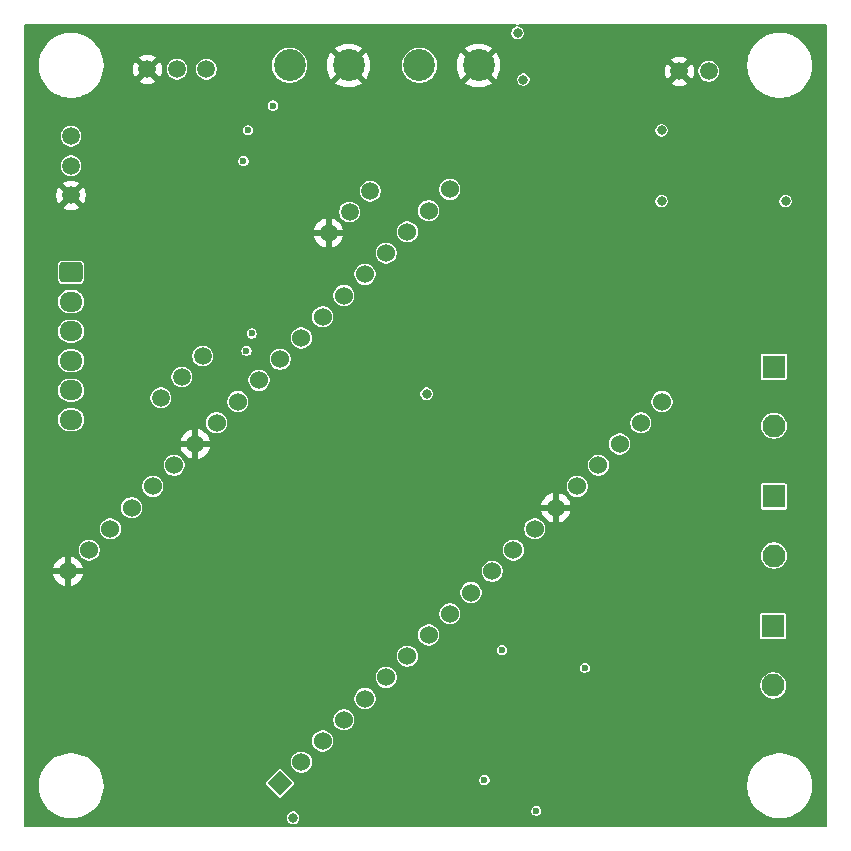
<source format=gbr>
%TF.GenerationSoftware,KiCad,Pcbnew,9.0.1*%
%TF.CreationDate,2025-04-16T13:42:57-07:00*%
%TF.ProjectId,IO:Sensor Board,494f3a53-656e-4736-9f72-20426f617264,rev?*%
%TF.SameCoordinates,Original*%
%TF.FileFunction,Copper,L2,Inr*%
%TF.FilePolarity,Positive*%
%FSLAX46Y46*%
G04 Gerber Fmt 4.6, Leading zero omitted, Abs format (unit mm)*
G04 Created by KiCad (PCBNEW 9.0.1) date 2025-04-16 13:42:57*
%MOMM*%
%LPD*%
G01*
G04 APERTURE LIST*
G04 Aperture macros list*
%AMRoundRect*
0 Rectangle with rounded corners*
0 $1 Rounding radius*
0 $2 $3 $4 $5 $6 $7 $8 $9 X,Y pos of 4 corners*
0 Add a 4 corners polygon primitive as box body*
4,1,4,$2,$3,$4,$5,$6,$7,$8,$9,$2,$3,0*
0 Add four circle primitives for the rounded corners*
1,1,$1+$1,$2,$3*
1,1,$1+$1,$4,$5*
1,1,$1+$1,$6,$7*
1,1,$1+$1,$8,$9*
0 Add four rect primitives between the rounded corners*
20,1,$1+$1,$2,$3,$4,$5,0*
20,1,$1+$1,$4,$5,$6,$7,0*
20,1,$1+$1,$6,$7,$8,$9,0*
20,1,$1+$1,$8,$9,$2,$3,0*%
%AMRotRect*
0 Rectangle, with rotation*
0 The origin of the aperture is its center*
0 $1 length*
0 $2 width*
0 $3 Rotation angle, in degrees counterclockwise*
0 Add horizontal line*
21,1,$1,$2,0,0,$3*%
G04 Aperture macros list end*
%TA.AperFunction,ComponentPad*%
%ADD10C,1.498600*%
%TD*%
%TA.AperFunction,ComponentPad*%
%ADD11R,1.950000X1.950000*%
%TD*%
%TA.AperFunction,ComponentPad*%
%ADD12C,1.950000*%
%TD*%
%TA.AperFunction,ComponentPad*%
%ADD13C,2.700000*%
%TD*%
%TA.AperFunction,ComponentPad*%
%ADD14RotRect,1.530000X1.530000X135.000000*%
%TD*%
%TA.AperFunction,ComponentPad*%
%ADD15C,1.530000*%
%TD*%
%TA.AperFunction,ComponentPad*%
%ADD16RoundRect,0.250000X-0.725000X0.600000X-0.725000X-0.600000X0.725000X-0.600000X0.725000X0.600000X0*%
%TD*%
%TA.AperFunction,ComponentPad*%
%ADD17O,1.950000X1.700000*%
%TD*%
%TA.AperFunction,ViaPad*%
%ADD18C,0.600000*%
%TD*%
%TA.AperFunction,ViaPad*%
%ADD19C,0.800000*%
%TD*%
G04 APERTURE END LIST*
D10*
%TO.N,PYRO_1*%
%TO.C,J1*%
X146142393Y-95606859D03*
%TO.N,PYRO_2*%
X144374626Y-97374626D03*
%TO.N,PYRO_3*%
X142606859Y-99142393D03*
%TD*%
D11*
%TO.N,Net-(P2-Pad1)*%
%TO.C,P2*%
X194500000Y-107500000D03*
D12*
%TO.N,+12V*%
X194500000Y-112500000D03*
%TD*%
D13*
%TO.N,+12V*%
%TO.C,U10*%
X164500000Y-71000000D03*
%TO.N,GND*%
X169500000Y-71000000D03*
%TD*%
D11*
%TO.N,Net-(P3-Pad1)*%
%TO.C,P3*%
X194500000Y-96500000D03*
D12*
%TO.N,+12V*%
X194500000Y-101500000D03*
%TD*%
D10*
%TO.N,+5V_b*%
%TO.C,J4*%
X189000000Y-71500000D03*
%TO.N,GND*%
X186500000Y-71500000D03*
%TD*%
%TO.N,SERVO_6*%
%TO.C,J5*%
X135000000Y-77000000D03*
%TO.N,+5V_b*%
X135000000Y-79500000D03*
%TO.N,GND*%
X135000000Y-82000000D03*
%TD*%
D14*
%TO.N,unconnected-(U2-3V3-Pad1)*%
%TO.C,U2*%
X152703949Y-131796051D03*
D15*
%TO.N,unconnected-(U2-EN-Pad2)*%
X154500000Y-130000000D03*
%TO.N,SERVO_1*%
X156296052Y-128203949D03*
%TO.N,SERVO_2*%
X158092103Y-126407897D03*
%TO.N,SERVO_3*%
X159888154Y-124611846D03*
%TO.N,SERVO_4*%
X161684205Y-122815795D03*
%TO.N,PYRO_4*%
X163480257Y-121019744D03*
%TO.N,PYRO_5*%
X165276308Y-119223693D03*
%TO.N,unconnected-(U2-IO25-Pad9)*%
X167072359Y-117427641D03*
%TO.N,unconnected-(U2-IO26-Pad10)*%
X168868410Y-115631590D03*
%TO.N,unconnected-(U2-IO27-Pad11)*%
X170664461Y-113835539D03*
%TO.N,ICM_CLK*%
X172460513Y-112039488D03*
%TO.N,ICM_MISO*%
X174256564Y-110243436D03*
%TO.N,GND*%
X176052615Y-108447385D03*
%TO.N,ICM_MOSI*%
X177848666Y-106651334D03*
%TO.N,PYRO_6*%
X179644718Y-104855283D03*
%TO.N,PYRO_7*%
X181440769Y-103059231D03*
%TO.N,PYRO_8*%
X183236820Y-101263180D03*
%TO.N,+5V_a*%
X185032871Y-99467129D03*
%TO.N,unconnected-(U2-CLK-Pad20)*%
X167072359Y-81506617D03*
%TO.N,unconnected-(U2-SD0-Pad21)*%
X165276308Y-83302668D03*
%TO.N,unconnected-(U2-SD1-Pad22)*%
X163480257Y-85098719D03*
%TO.N,ICM_CS*%
X161684205Y-86894770D03*
%TO.N,unconnected-(U2-IO2-Pad24)*%
X159888154Y-88690822D03*
%TO.N,unconnected-(U2-IO0-Pad25)*%
X158092103Y-90486873D03*
%TO.N,SERVO_7*%
X156296052Y-92282924D03*
%TO.N,SERVO_5*%
X154500000Y-94078975D03*
%TO.N,SERVO_6*%
X152703949Y-95875027D03*
%TO.N,BMP_CS*%
X150907898Y-97671078D03*
%TO.N,BMP_CLK*%
X149111847Y-99467129D03*
%TO.N,BMP_MISO*%
X147315795Y-101263180D03*
%TO.N,GND*%
X145519744Y-103059231D03*
%TO.N,unconnected-(U2-IO21-Pad33)*%
X143723693Y-104855283D03*
%TO.N,PYRO_1*%
X141927642Y-106651334D03*
%TO.N,PYRO_2*%
X140131591Y-108447385D03*
%TO.N,PYRO_3*%
X138335539Y-110243436D03*
%TO.N,BMP_MOSI*%
X136539488Y-112039488D03*
%TO.N,GND*%
X134743437Y-113835539D03*
%TD*%
D10*
%TO.N,SERVO_5*%
%TO.C,J2*%
X146466600Y-71329801D03*
%TO.N,+5V_b*%
X143966600Y-71329801D03*
%TO.N,GND*%
X141466600Y-71329801D03*
%TD*%
D16*
%TO.N,SERVO_1*%
%TO.C,J3*%
X135000000Y-88500000D03*
D17*
%TO.N,SERVO_2*%
X135000000Y-91000000D03*
%TO.N,SERVO_3*%
X135000000Y-93500000D03*
%TO.N,SERVO_4*%
X135000000Y-95999999D03*
%TO.N,PYRO_4*%
X134999999Y-98499999D03*
%TO.N,PYRO_5*%
X135000000Y-101000000D03*
%TD*%
D11*
%TO.N,Net-(P1-Pad1)*%
%TO.C,P1*%
X194462500Y-118500000D03*
D12*
%TO.N,+12V*%
X194462500Y-123500000D03*
%TD*%
D13*
%TO.N,+12V*%
%TO.C,U8*%
X153500000Y-71000000D03*
%TO.N,GND*%
X158500000Y-71000000D03*
%TD*%
D10*
%TO.N,SERVO_7*%
%TO.C,J6*%
X160345222Y-81654028D03*
%TO.N,+5V_b*%
X158577455Y-83421795D03*
%TO.N,GND*%
X156809688Y-85189562D03*
%TD*%
D18*
%TO.N,GND*%
X145175302Y-76186325D03*
D19*
X189000000Y-132500000D03*
D18*
X152231775Y-90500000D03*
D19*
X188080000Y-112900000D03*
D18*
X162747829Y-126229290D03*
X146424375Y-86251819D03*
D19*
X188760000Y-121350001D03*
D18*
X180200001Y-125500000D03*
X141611915Y-80682712D03*
X160706499Y-128122601D03*
X151725629Y-84821974D03*
X142588226Y-85903759D03*
X177000000Y-122000000D03*
X183500000Y-84000000D03*
D19*
X158300000Y-134600000D03*
D18*
X172000001Y-131400001D03*
D19*
X182500000Y-69000000D03*
D18*
X173500000Y-82000000D03*
X175000000Y-119000000D03*
X148702748Y-84521454D03*
D19*
X192000000Y-77000000D03*
D18*
X166500001Y-124500001D03*
D19*
X156300000Y-134700000D03*
D18*
X141094532Y-74629459D03*
D19*
%TO.N,+5V_b*%
X153800000Y-134700000D03*
X165100000Y-98800000D03*
X173300000Y-72200000D03*
D18*
%TO.N,ICM_MOSI*%
X171500000Y-120500000D03*
%TO.N,+3.3V_b*%
X152100000Y-74400000D03*
X174400000Y-134100000D03*
X150000000Y-76500000D03*
X149600000Y-79100000D03*
D19*
%TO.N,+12V*%
X185000000Y-76500000D03*
X172800000Y-68251000D03*
%TO.N,Net-(JP2-A)*%
X185000000Y-82500000D03*
X195500000Y-82500000D03*
D18*
%TO.N,ICM_MISO*%
X178500000Y-122000000D03*
X170000000Y-131500000D03*
%TO.N,BMP_MISO*%
X149850000Y-95150000D03*
%TO.N,BMP_MOSI*%
X150300000Y-93700000D03*
%TD*%
%TA.AperFunction,Conductor*%
%TO.N,GND*%
G36*
X172676375Y-67520185D02*
G01*
X172722130Y-67572989D01*
X172732074Y-67642147D01*
X172703049Y-67705703D01*
X172644271Y-67743477D01*
X172641465Y-67744264D01*
X172595235Y-67756652D01*
X172595232Y-67756653D01*
X172474263Y-67826495D01*
X172375495Y-67925263D01*
X172305653Y-68046232D01*
X172305652Y-68046235D01*
X172269500Y-68181158D01*
X172269500Y-68320842D01*
X172305652Y-68455765D01*
X172375494Y-68576735D01*
X172474265Y-68675506D01*
X172595235Y-68745348D01*
X172730158Y-68781500D01*
X172730160Y-68781500D01*
X172869840Y-68781500D01*
X172869842Y-68781500D01*
X173004765Y-68745348D01*
X173125735Y-68675506D01*
X173224506Y-68576735D01*
X173294348Y-68455765D01*
X173330500Y-68320842D01*
X173330500Y-68181158D01*
X173294348Y-68046235D01*
X173224506Y-67925265D01*
X173125735Y-67826494D01*
X173004765Y-67756652D01*
X172958569Y-67744274D01*
X172898910Y-67707910D01*
X172868381Y-67645064D01*
X172876675Y-67575688D01*
X172921161Y-67521810D01*
X172987712Y-67500535D01*
X172990664Y-67500500D01*
X198875500Y-67500500D01*
X198942539Y-67520185D01*
X198988294Y-67572989D01*
X198999500Y-67624500D01*
X198999500Y-135375500D01*
X198979815Y-135442539D01*
X198927011Y-135488294D01*
X198875500Y-135499500D01*
X131124500Y-135499500D01*
X131057461Y-135479815D01*
X131011706Y-135427011D01*
X131000500Y-135375500D01*
X131000500Y-131845528D01*
X132249500Y-131845528D01*
X132249500Y-132154471D01*
X132284086Y-132461437D01*
X132284089Y-132461455D01*
X132352831Y-132762635D01*
X132352835Y-132762647D01*
X132454862Y-133054222D01*
X132454868Y-133054236D01*
X132588903Y-133332562D01*
X132588905Y-133332565D01*
X132753265Y-133594143D01*
X132945880Y-133835674D01*
X133164326Y-134054120D01*
X133405857Y-134246735D01*
X133667435Y-134411095D01*
X133945771Y-134545135D01*
X133945777Y-134545137D01*
X134237352Y-134647164D01*
X134237364Y-134647168D01*
X134538548Y-134715911D01*
X134538554Y-134715911D01*
X134538562Y-134715913D01*
X134743206Y-134738970D01*
X134845529Y-134750499D01*
X134845532Y-134750500D01*
X134845535Y-134750500D01*
X135154468Y-134750500D01*
X135154469Y-134750499D01*
X135311356Y-134732822D01*
X135461437Y-134715913D01*
X135461442Y-134715912D01*
X135461452Y-134715911D01*
X135762636Y-134647168D01*
X135811248Y-134630158D01*
X153269500Y-134630158D01*
X153269500Y-134769842D01*
X153305652Y-134904765D01*
X153375494Y-135025735D01*
X153474265Y-135124506D01*
X153595235Y-135194348D01*
X153730158Y-135230500D01*
X153730160Y-135230500D01*
X153869840Y-135230500D01*
X153869842Y-135230500D01*
X154004765Y-135194348D01*
X154125735Y-135124506D01*
X154224506Y-135025735D01*
X154294348Y-134904765D01*
X154330500Y-134769842D01*
X154330500Y-134630158D01*
X154294348Y-134495235D01*
X154224506Y-134374265D01*
X154125735Y-134275494D01*
X154004765Y-134205652D01*
X153869842Y-134169500D01*
X153730158Y-134169500D01*
X153595235Y-134205652D01*
X153595232Y-134205653D01*
X153474263Y-134275495D01*
X153375495Y-134374263D01*
X153305653Y-134495232D01*
X153305652Y-134495235D01*
X153269500Y-134630158D01*
X135811248Y-134630158D01*
X136054229Y-134545135D01*
X136157854Y-134495232D01*
X136195040Y-134477323D01*
X136332565Y-134411095D01*
X136594143Y-134246735D01*
X136835674Y-134054120D01*
X136846470Y-134043324D01*
X173969500Y-134043324D01*
X173969500Y-134156676D01*
X173982624Y-134205653D01*
X173998838Y-134266166D01*
X173998839Y-134266169D01*
X174055511Y-134364329D01*
X174055513Y-134364332D01*
X174055514Y-134364333D01*
X174135667Y-134444486D01*
X174233833Y-134501162D01*
X174343324Y-134530500D01*
X174343326Y-134530500D01*
X174456674Y-134530500D01*
X174456676Y-134530500D01*
X174566167Y-134501162D01*
X174664333Y-134444486D01*
X174744486Y-134364333D01*
X174801162Y-134266167D01*
X174830500Y-134156676D01*
X174830500Y-134043324D01*
X174801162Y-133933833D01*
X174744490Y-133835674D01*
X174744488Y-133835670D01*
X174744484Y-133835665D01*
X174664334Y-133755515D01*
X174664329Y-133755511D01*
X174566169Y-133698839D01*
X174566168Y-133698838D01*
X174566167Y-133698838D01*
X174456676Y-133669500D01*
X174343324Y-133669500D01*
X174233833Y-133698838D01*
X174233830Y-133698839D01*
X174135670Y-133755511D01*
X174135665Y-133755515D01*
X174055515Y-133835665D01*
X174055511Y-133835670D01*
X173998839Y-133933830D01*
X173998838Y-133933833D01*
X173969500Y-134043324D01*
X136846470Y-134043324D01*
X137054120Y-133835674D01*
X137246735Y-133594143D01*
X137411095Y-133332565D01*
X137545135Y-133054229D01*
X137647168Y-132762636D01*
X137715911Y-132461452D01*
X137750500Y-132154465D01*
X137750500Y-131845535D01*
X137744924Y-131796050D01*
X151489018Y-131796050D01*
X151499147Y-131846970D01*
X151520709Y-131879241D01*
X151520712Y-131879244D01*
X152620749Y-132979278D01*
X152620761Y-132979290D01*
X152653030Y-133000853D01*
X152695499Y-133009301D01*
X152703948Y-133010982D01*
X152703948Y-133010981D01*
X152703949Y-133010982D01*
X152754868Y-133000853D01*
X152787137Y-132979292D01*
X153887188Y-131879239D01*
X153908751Y-131846970D01*
X153918880Y-131796051D01*
X153908751Y-131745132D01*
X153887190Y-131712863D01*
X153887189Y-131712862D01*
X153887188Y-131712860D01*
X153887185Y-131712857D01*
X153697205Y-131522878D01*
X153617651Y-131443324D01*
X169569500Y-131443324D01*
X169569500Y-131556675D01*
X169598838Y-131666166D01*
X169598839Y-131666169D01*
X169655511Y-131764329D01*
X169655513Y-131764332D01*
X169655514Y-131764333D01*
X169735667Y-131844486D01*
X169735668Y-131844487D01*
X169735670Y-131844488D01*
X169739969Y-131846970D01*
X169833833Y-131901162D01*
X169943324Y-131930500D01*
X169943326Y-131930500D01*
X170056674Y-131930500D01*
X170056676Y-131930500D01*
X170166167Y-131901162D01*
X170262528Y-131845528D01*
X192249500Y-131845528D01*
X192249500Y-132154471D01*
X192284086Y-132461437D01*
X192284089Y-132461455D01*
X192352831Y-132762635D01*
X192352835Y-132762647D01*
X192454862Y-133054222D01*
X192454868Y-133054236D01*
X192588903Y-133332562D01*
X192588905Y-133332565D01*
X192753265Y-133594143D01*
X192945880Y-133835674D01*
X193164326Y-134054120D01*
X193405857Y-134246735D01*
X193667435Y-134411095D01*
X193945771Y-134545135D01*
X193945777Y-134545137D01*
X194237352Y-134647164D01*
X194237364Y-134647168D01*
X194538548Y-134715911D01*
X194538554Y-134715911D01*
X194538562Y-134715913D01*
X194743206Y-134738970D01*
X194845529Y-134750499D01*
X194845532Y-134750500D01*
X194845535Y-134750500D01*
X195154468Y-134750500D01*
X195154469Y-134750499D01*
X195311356Y-134732822D01*
X195461437Y-134715913D01*
X195461442Y-134715912D01*
X195461452Y-134715911D01*
X195762636Y-134647168D01*
X196054229Y-134545135D01*
X196332565Y-134411095D01*
X196594143Y-134246735D01*
X196835674Y-134054120D01*
X197054120Y-133835674D01*
X197246735Y-133594143D01*
X197411095Y-133332565D01*
X197545135Y-133054229D01*
X197647168Y-132762636D01*
X197715911Y-132461452D01*
X197750500Y-132154465D01*
X197750500Y-131845535D01*
X197750499Y-131845530D01*
X197750499Y-131845528D01*
X197750381Y-131844484D01*
X197735551Y-131712857D01*
X197715913Y-131538562D01*
X197715910Y-131538544D01*
X197647168Y-131237364D01*
X197647164Y-131237352D01*
X197545137Y-130945777D01*
X197545135Y-130945771D01*
X197411095Y-130667435D01*
X197246735Y-130405857D01*
X197054120Y-130164326D01*
X196835674Y-129945880D01*
X196594143Y-129753265D01*
X196332565Y-129588905D01*
X196332562Y-129588903D01*
X196054236Y-129454868D01*
X196054222Y-129454862D01*
X195762647Y-129352835D01*
X195762635Y-129352831D01*
X195461455Y-129284089D01*
X195461437Y-129284086D01*
X195154471Y-129249500D01*
X195154465Y-129249500D01*
X194845535Y-129249500D01*
X194845528Y-129249500D01*
X194538562Y-129284086D01*
X194538544Y-129284089D01*
X194237364Y-129352831D01*
X194237352Y-129352835D01*
X193945777Y-129454862D01*
X193945763Y-129454868D01*
X193667437Y-129588903D01*
X193405858Y-129753264D01*
X193164326Y-129945879D01*
X192945879Y-130164326D01*
X192753264Y-130405858D01*
X192588903Y-130667437D01*
X192454868Y-130945763D01*
X192454862Y-130945777D01*
X192352835Y-131237352D01*
X192352831Y-131237364D01*
X192284089Y-131538544D01*
X192284086Y-131538562D01*
X192249500Y-131845528D01*
X170262528Y-131845528D01*
X170264333Y-131844486D01*
X170344486Y-131764333D01*
X170401162Y-131666167D01*
X170430500Y-131556676D01*
X170430500Y-131443324D01*
X170401162Y-131333833D01*
X170371683Y-131282773D01*
X170344488Y-131235670D01*
X170344484Y-131235665D01*
X170264334Y-131155515D01*
X170264329Y-131155511D01*
X170166169Y-131098839D01*
X170166168Y-131098838D01*
X170166167Y-131098838D01*
X170056676Y-131069500D01*
X169943324Y-131069500D01*
X169833833Y-131098838D01*
X169833830Y-131098839D01*
X169735670Y-131155511D01*
X169735665Y-131155515D01*
X169655515Y-131235665D01*
X169655511Y-131235670D01*
X169598839Y-131333830D01*
X169598838Y-131333833D01*
X169569500Y-131443324D01*
X153617651Y-131443324D01*
X152787140Y-130612815D01*
X152787137Y-130612812D01*
X152754868Y-130591249D01*
X152703949Y-130581120D01*
X152653029Y-130591249D01*
X152620758Y-130612811D01*
X152620755Y-130612814D01*
X151520713Y-131712859D01*
X151520711Y-131712862D01*
X151499147Y-131745132D01*
X151489018Y-131796050D01*
X137744924Y-131796050D01*
X137715913Y-131538562D01*
X137715910Y-131538544D01*
X137647168Y-131237364D01*
X137647164Y-131237352D01*
X137545137Y-130945777D01*
X137545135Y-130945771D01*
X137411095Y-130667435D01*
X137246735Y-130405857D01*
X137054120Y-130164326D01*
X136977995Y-130088201D01*
X153604499Y-130088201D01*
X153638912Y-130261202D01*
X153638915Y-130261212D01*
X153706414Y-130424171D01*
X153706421Y-130424184D01*
X153804419Y-130570847D01*
X153804422Y-130570851D01*
X153929148Y-130695577D01*
X153929152Y-130695580D01*
X154075815Y-130793578D01*
X154075828Y-130793585D01*
X154238787Y-130861084D01*
X154238792Y-130861086D01*
X154238796Y-130861086D01*
X154238797Y-130861087D01*
X154411798Y-130895500D01*
X154411801Y-130895500D01*
X154588201Y-130895500D01*
X154704593Y-130872347D01*
X154761208Y-130861086D01*
X154924178Y-130793582D01*
X155070848Y-130695580D01*
X155195580Y-130570848D01*
X155293582Y-130424178D01*
X155361086Y-130261208D01*
X155395500Y-130088199D01*
X155395500Y-129911801D01*
X155395500Y-129911798D01*
X155361087Y-129738797D01*
X155361086Y-129738796D01*
X155361086Y-129738792D01*
X155361084Y-129738787D01*
X155293585Y-129575828D01*
X155293578Y-129575815D01*
X155195580Y-129429152D01*
X155195577Y-129429148D01*
X155070851Y-129304422D01*
X155070847Y-129304419D01*
X154924184Y-129206421D01*
X154924171Y-129206414D01*
X154761212Y-129138915D01*
X154761202Y-129138912D01*
X154588201Y-129104500D01*
X154588199Y-129104500D01*
X154411801Y-129104500D01*
X154411799Y-129104500D01*
X154238797Y-129138912D01*
X154238787Y-129138915D01*
X154075828Y-129206414D01*
X154075815Y-129206421D01*
X153929152Y-129304419D01*
X153929148Y-129304422D01*
X153804422Y-129429148D01*
X153804419Y-129429152D01*
X153706421Y-129575815D01*
X153706414Y-129575828D01*
X153638915Y-129738787D01*
X153638912Y-129738797D01*
X153604500Y-129911798D01*
X153604500Y-129911801D01*
X153604500Y-130088199D01*
X153604500Y-130088201D01*
X153604499Y-130088201D01*
X136977995Y-130088201D01*
X136835674Y-129945880D01*
X136594143Y-129753265D01*
X136332565Y-129588905D01*
X136332562Y-129588903D01*
X136054236Y-129454868D01*
X136054222Y-129454862D01*
X135762647Y-129352835D01*
X135762635Y-129352831D01*
X135461455Y-129284089D01*
X135461437Y-129284086D01*
X135154471Y-129249500D01*
X135154465Y-129249500D01*
X134845535Y-129249500D01*
X134845528Y-129249500D01*
X134538562Y-129284086D01*
X134538544Y-129284089D01*
X134237364Y-129352831D01*
X134237352Y-129352835D01*
X133945777Y-129454862D01*
X133945763Y-129454868D01*
X133667437Y-129588903D01*
X133405858Y-129753264D01*
X133164326Y-129945879D01*
X132945879Y-130164326D01*
X132753264Y-130405858D01*
X132588903Y-130667437D01*
X132454868Y-130945763D01*
X132454862Y-130945777D01*
X132352835Y-131237352D01*
X132352831Y-131237364D01*
X132284089Y-131538544D01*
X132284086Y-131538562D01*
X132249500Y-131845528D01*
X131000500Y-131845528D01*
X131000500Y-128292150D01*
X155400551Y-128292150D01*
X155434964Y-128465151D01*
X155434967Y-128465161D01*
X155502466Y-128628120D01*
X155502473Y-128628133D01*
X155600471Y-128774796D01*
X155600474Y-128774800D01*
X155725200Y-128899526D01*
X155725204Y-128899529D01*
X155871867Y-128997527D01*
X155871880Y-128997534D01*
X156034839Y-129065033D01*
X156034844Y-129065035D01*
X156034848Y-129065035D01*
X156034849Y-129065036D01*
X156207850Y-129099449D01*
X156207853Y-129099449D01*
X156384253Y-129099449D01*
X156500645Y-129076296D01*
X156557260Y-129065035D01*
X156720230Y-128997531D01*
X156866900Y-128899529D01*
X156991632Y-128774797D01*
X157089634Y-128628127D01*
X157157138Y-128465157D01*
X157191552Y-128292148D01*
X157191552Y-128115750D01*
X157191552Y-128115747D01*
X157157139Y-127942746D01*
X157157138Y-127942745D01*
X157157138Y-127942741D01*
X157157136Y-127942736D01*
X157089637Y-127779777D01*
X157089630Y-127779764D01*
X156991632Y-127633101D01*
X156991629Y-127633097D01*
X156866903Y-127508371D01*
X156866899Y-127508368D01*
X156720236Y-127410370D01*
X156720223Y-127410363D01*
X156557264Y-127342864D01*
X156557254Y-127342861D01*
X156384253Y-127308449D01*
X156384251Y-127308449D01*
X156207853Y-127308449D01*
X156207851Y-127308449D01*
X156034849Y-127342861D01*
X156034839Y-127342864D01*
X155871880Y-127410363D01*
X155871867Y-127410370D01*
X155725204Y-127508368D01*
X155725200Y-127508371D01*
X155600474Y-127633097D01*
X155600471Y-127633101D01*
X155502473Y-127779764D01*
X155502466Y-127779777D01*
X155434967Y-127942736D01*
X155434964Y-127942746D01*
X155400552Y-128115747D01*
X155400552Y-128115750D01*
X155400552Y-128292148D01*
X155400552Y-128292150D01*
X155400551Y-128292150D01*
X131000500Y-128292150D01*
X131000500Y-126496098D01*
X157196602Y-126496098D01*
X157231015Y-126669099D01*
X157231018Y-126669109D01*
X157298517Y-126832068D01*
X157298524Y-126832081D01*
X157396522Y-126978744D01*
X157396525Y-126978748D01*
X157521251Y-127103474D01*
X157521255Y-127103477D01*
X157667918Y-127201475D01*
X157667931Y-127201482D01*
X157830890Y-127268981D01*
X157830895Y-127268983D01*
X157830899Y-127268983D01*
X157830900Y-127268984D01*
X158003901Y-127303397D01*
X158003904Y-127303397D01*
X158180304Y-127303397D01*
X158296696Y-127280244D01*
X158353311Y-127268983D01*
X158516281Y-127201479D01*
X158662951Y-127103477D01*
X158787683Y-126978745D01*
X158885685Y-126832075D01*
X158953189Y-126669105D01*
X158987603Y-126496096D01*
X158987603Y-126319698D01*
X158987603Y-126319695D01*
X158953190Y-126146694D01*
X158953189Y-126146693D01*
X158953189Y-126146689D01*
X158953187Y-126146684D01*
X158885688Y-125983725D01*
X158885681Y-125983712D01*
X158787683Y-125837049D01*
X158787680Y-125837045D01*
X158662954Y-125712319D01*
X158662950Y-125712316D01*
X158516287Y-125614318D01*
X158516274Y-125614311D01*
X158353315Y-125546812D01*
X158353305Y-125546809D01*
X158180304Y-125512397D01*
X158180302Y-125512397D01*
X158003904Y-125512397D01*
X158003902Y-125512397D01*
X157830900Y-125546809D01*
X157830890Y-125546812D01*
X157667931Y-125614311D01*
X157667918Y-125614318D01*
X157521255Y-125712316D01*
X157521251Y-125712319D01*
X157396525Y-125837045D01*
X157396522Y-125837049D01*
X157298524Y-125983712D01*
X157298517Y-125983725D01*
X157231018Y-126146684D01*
X157231015Y-126146694D01*
X157196603Y-126319695D01*
X157196603Y-126319698D01*
X157196603Y-126496096D01*
X157196603Y-126496098D01*
X157196602Y-126496098D01*
X131000500Y-126496098D01*
X131000500Y-124700047D01*
X158992653Y-124700047D01*
X159027066Y-124873048D01*
X159027069Y-124873058D01*
X159094568Y-125036017D01*
X159094575Y-125036030D01*
X159192573Y-125182693D01*
X159192576Y-125182697D01*
X159317302Y-125307423D01*
X159317306Y-125307426D01*
X159463969Y-125405424D01*
X159463982Y-125405431D01*
X159626941Y-125472930D01*
X159626946Y-125472932D01*
X159626950Y-125472932D01*
X159626951Y-125472933D01*
X159799952Y-125507346D01*
X159799955Y-125507346D01*
X159976355Y-125507346D01*
X160092747Y-125484193D01*
X160149362Y-125472932D01*
X160312332Y-125405428D01*
X160459002Y-125307426D01*
X160583734Y-125182694D01*
X160681736Y-125036024D01*
X160749240Y-124873054D01*
X160783654Y-124700045D01*
X160783654Y-124523647D01*
X160783654Y-124523644D01*
X160749241Y-124350643D01*
X160749240Y-124350642D01*
X160749240Y-124350638D01*
X160695205Y-124220185D01*
X160681739Y-124187674D01*
X160681732Y-124187661D01*
X160583734Y-124040998D01*
X160583731Y-124040994D01*
X160459005Y-123916268D01*
X160459001Y-123916265D01*
X160312338Y-123818267D01*
X160312325Y-123818260D01*
X160149366Y-123750761D01*
X160149356Y-123750758D01*
X159976355Y-123716346D01*
X159976353Y-123716346D01*
X159799955Y-123716346D01*
X159799953Y-123716346D01*
X159626951Y-123750758D01*
X159626941Y-123750761D01*
X159463982Y-123818260D01*
X159463969Y-123818267D01*
X159317306Y-123916265D01*
X159317302Y-123916268D01*
X159192576Y-124040994D01*
X159192573Y-124040998D01*
X159094575Y-124187661D01*
X159094568Y-124187674D01*
X159027069Y-124350633D01*
X159027066Y-124350643D01*
X158992654Y-124523644D01*
X158992654Y-124523647D01*
X158992654Y-124700045D01*
X158992654Y-124700047D01*
X158992653Y-124700047D01*
X131000500Y-124700047D01*
X131000500Y-122903996D01*
X160788704Y-122903996D01*
X160823117Y-123076997D01*
X160823120Y-123077007D01*
X160890619Y-123239966D01*
X160890626Y-123239979D01*
X160988624Y-123386642D01*
X160988627Y-123386646D01*
X161113353Y-123511372D01*
X161113357Y-123511375D01*
X161260020Y-123609373D01*
X161260033Y-123609380D01*
X161422992Y-123676879D01*
X161422997Y-123676881D01*
X161423001Y-123676881D01*
X161423002Y-123676882D01*
X161596003Y-123711295D01*
X161596006Y-123711295D01*
X161772406Y-123711295D01*
X161888798Y-123688142D01*
X161945413Y-123676881D01*
X162108383Y-123609377D01*
X162255053Y-123511375D01*
X162353439Y-123412989D01*
X193357000Y-123412989D01*
X193357000Y-123587010D01*
X193384220Y-123758872D01*
X193437994Y-123924369D01*
X193516994Y-124079411D01*
X193619266Y-124220178D01*
X193619270Y-124220183D01*
X193742316Y-124343229D01*
X193742321Y-124343233D01*
X193865105Y-124432440D01*
X193883092Y-124445508D01*
X193981881Y-124495844D01*
X194038130Y-124524505D01*
X194038132Y-124524505D01*
X194038135Y-124524507D01*
X194126843Y-124553330D01*
X194203627Y-124578279D01*
X194375490Y-124605500D01*
X194375495Y-124605500D01*
X194549510Y-124605500D01*
X194721372Y-124578279D01*
X194886865Y-124524507D01*
X195041908Y-124445508D01*
X195182685Y-124343228D01*
X195305728Y-124220185D01*
X195408008Y-124079408D01*
X195487007Y-123924365D01*
X195540779Y-123758872D01*
X195542064Y-123750758D01*
X195568000Y-123587010D01*
X195568000Y-123412989D01*
X195540779Y-123241127D01*
X195515830Y-123164343D01*
X195487007Y-123075635D01*
X195487005Y-123075632D01*
X195487005Y-123075630D01*
X195458344Y-123019381D01*
X195408008Y-122920592D01*
X195394940Y-122902605D01*
X195305733Y-122779821D01*
X195305729Y-122779816D01*
X195182683Y-122656770D01*
X195182678Y-122656766D01*
X195041911Y-122554494D01*
X195041910Y-122554493D01*
X195041908Y-122554492D01*
X194993492Y-122529823D01*
X194886869Y-122475494D01*
X194721372Y-122421720D01*
X194549510Y-122394500D01*
X194549505Y-122394500D01*
X194375495Y-122394500D01*
X194375490Y-122394500D01*
X194203627Y-122421720D01*
X194038130Y-122475494D01*
X193883088Y-122554494D01*
X193742321Y-122656766D01*
X193742316Y-122656770D01*
X193619270Y-122779816D01*
X193619266Y-122779821D01*
X193516994Y-122920588D01*
X193437994Y-123075630D01*
X193384220Y-123241127D01*
X193357000Y-123412989D01*
X162353439Y-123412989D01*
X162379785Y-123386643D01*
X162477787Y-123239973D01*
X162545291Y-123077003D01*
X162556552Y-123020388D01*
X162579705Y-122903996D01*
X162579705Y-122727593D01*
X162545292Y-122554592D01*
X162545291Y-122554591D01*
X162545291Y-122554587D01*
X162545289Y-122554582D01*
X162477790Y-122391623D01*
X162477783Y-122391610D01*
X162379785Y-122244947D01*
X162379782Y-122244943D01*
X162255056Y-122120217D01*
X162255052Y-122120214D01*
X162108389Y-122022216D01*
X162108376Y-122022209D01*
X161945417Y-121954710D01*
X161945407Y-121954707D01*
X161888181Y-121943324D01*
X178069500Y-121943324D01*
X178069500Y-122056675D01*
X178098838Y-122166166D01*
X178098839Y-122166169D01*
X178155511Y-122264329D01*
X178155513Y-122264332D01*
X178155514Y-122264333D01*
X178235667Y-122344486D01*
X178333833Y-122401162D01*
X178443324Y-122430500D01*
X178443326Y-122430500D01*
X178556674Y-122430500D01*
X178556676Y-122430500D01*
X178666167Y-122401162D01*
X178764333Y-122344486D01*
X178844486Y-122264333D01*
X178901162Y-122166167D01*
X178930500Y-122056676D01*
X178930500Y-121943324D01*
X178901162Y-121833833D01*
X178844486Y-121735667D01*
X178764333Y-121655514D01*
X178764332Y-121655513D01*
X178764329Y-121655511D01*
X178666169Y-121598839D01*
X178666168Y-121598838D01*
X178666167Y-121598838D01*
X178556676Y-121569500D01*
X178443324Y-121569500D01*
X178333833Y-121598838D01*
X178333830Y-121598839D01*
X178235670Y-121655511D01*
X178235665Y-121655515D01*
X178155515Y-121735665D01*
X178155511Y-121735670D01*
X178098839Y-121833830D01*
X178098838Y-121833833D01*
X178069500Y-121943324D01*
X161888181Y-121943324D01*
X161772406Y-121920295D01*
X161772404Y-121920295D01*
X161596006Y-121920295D01*
X161596004Y-121920295D01*
X161423002Y-121954707D01*
X161422992Y-121954710D01*
X161260033Y-122022209D01*
X161260020Y-122022216D01*
X161113357Y-122120214D01*
X161113353Y-122120217D01*
X160988627Y-122244943D01*
X160988624Y-122244947D01*
X160890626Y-122391610D01*
X160890619Y-122391623D01*
X160823120Y-122554582D01*
X160823117Y-122554592D01*
X160788705Y-122727593D01*
X160788705Y-122727596D01*
X160788705Y-122903994D01*
X160788705Y-122903996D01*
X160788704Y-122903996D01*
X131000500Y-122903996D01*
X131000500Y-121107945D01*
X162584756Y-121107945D01*
X162619169Y-121280946D01*
X162619172Y-121280956D01*
X162686671Y-121443915D01*
X162686678Y-121443928D01*
X162784676Y-121590591D01*
X162784679Y-121590595D01*
X162909405Y-121715321D01*
X162909409Y-121715324D01*
X163056072Y-121813322D01*
X163056085Y-121813329D01*
X163219044Y-121880828D01*
X163219049Y-121880830D01*
X163219053Y-121880830D01*
X163219054Y-121880831D01*
X163392055Y-121915244D01*
X163392058Y-121915244D01*
X163568458Y-121915244D01*
X163684850Y-121892091D01*
X163741465Y-121880830D01*
X163807254Y-121853579D01*
X163886788Y-121820636D01*
X163904429Y-121813329D01*
X163904432Y-121813327D01*
X163904435Y-121813326D01*
X164051105Y-121715324D01*
X164175837Y-121590592D01*
X164273839Y-121443922D01*
X164341343Y-121280952D01*
X164375757Y-121107943D01*
X164375757Y-120931545D01*
X164375757Y-120931542D01*
X164341344Y-120758541D01*
X164341343Y-120758540D01*
X164341343Y-120758536D01*
X164303083Y-120666167D01*
X164273842Y-120595572D01*
X164273835Y-120595559D01*
X164212716Y-120504088D01*
X164175837Y-120448896D01*
X164175834Y-120448892D01*
X164170266Y-120443324D01*
X171069500Y-120443324D01*
X171069500Y-120556675D01*
X171098838Y-120666166D01*
X171098839Y-120666169D01*
X171155511Y-120764329D01*
X171155513Y-120764332D01*
X171155514Y-120764333D01*
X171235667Y-120844486D01*
X171333833Y-120901162D01*
X171443324Y-120930500D01*
X171443326Y-120930500D01*
X171556674Y-120930500D01*
X171556676Y-120930500D01*
X171666167Y-120901162D01*
X171764333Y-120844486D01*
X171844486Y-120764333D01*
X171901162Y-120666167D01*
X171930500Y-120556676D01*
X171930500Y-120443324D01*
X171901162Y-120333833D01*
X171844486Y-120235667D01*
X171764333Y-120155514D01*
X171764332Y-120155513D01*
X171764329Y-120155511D01*
X171666169Y-120098839D01*
X171666168Y-120098838D01*
X171666167Y-120098838D01*
X171556676Y-120069500D01*
X171443324Y-120069500D01*
X171333833Y-120098838D01*
X171333830Y-120098839D01*
X171235670Y-120155511D01*
X171235665Y-120155515D01*
X171155515Y-120235665D01*
X171155511Y-120235670D01*
X171098839Y-120333830D01*
X171098838Y-120333833D01*
X171069500Y-120443324D01*
X164170266Y-120443324D01*
X164051108Y-120324166D01*
X164051104Y-120324163D01*
X163904441Y-120226165D01*
X163904428Y-120226158D01*
X163741469Y-120158659D01*
X163741459Y-120158656D01*
X163568458Y-120124244D01*
X163568456Y-120124244D01*
X163392058Y-120124244D01*
X163392056Y-120124244D01*
X163219054Y-120158656D01*
X163219044Y-120158659D01*
X163056085Y-120226158D01*
X163056072Y-120226165D01*
X162909409Y-120324163D01*
X162909405Y-120324166D01*
X162784679Y-120448892D01*
X162784676Y-120448896D01*
X162686678Y-120595559D01*
X162686671Y-120595572D01*
X162619172Y-120758531D01*
X162619169Y-120758541D01*
X162584757Y-120931542D01*
X162584757Y-120931545D01*
X162584757Y-121107943D01*
X162584757Y-121107945D01*
X162584756Y-121107945D01*
X131000500Y-121107945D01*
X131000500Y-119311894D01*
X164380807Y-119311894D01*
X164415220Y-119484895D01*
X164415223Y-119484905D01*
X164482722Y-119647864D01*
X164482729Y-119647877D01*
X164580727Y-119794540D01*
X164580730Y-119794544D01*
X164705456Y-119919270D01*
X164705460Y-119919273D01*
X164852123Y-120017271D01*
X164852136Y-120017278D01*
X164978213Y-120069500D01*
X165015100Y-120084779D01*
X165015104Y-120084779D01*
X165015105Y-120084780D01*
X165188106Y-120119193D01*
X165188109Y-120119193D01*
X165364509Y-120119193D01*
X165480901Y-120096040D01*
X165537516Y-120084779D01*
X165700486Y-120017275D01*
X165847156Y-119919273D01*
X165971888Y-119794541D01*
X166069890Y-119647871D01*
X166137394Y-119484901D01*
X166171808Y-119311892D01*
X166171808Y-119135494D01*
X166171808Y-119135491D01*
X166137395Y-118962490D01*
X166137394Y-118962489D01*
X166137394Y-118962485D01*
X166137392Y-118962480D01*
X166069893Y-118799521D01*
X166069886Y-118799508D01*
X165971888Y-118652845D01*
X165971885Y-118652841D01*
X165847159Y-118528115D01*
X165847155Y-118528112D01*
X165700492Y-118430114D01*
X165700479Y-118430107D01*
X165537520Y-118362608D01*
X165537510Y-118362605D01*
X165364509Y-118328193D01*
X165364507Y-118328193D01*
X165188109Y-118328193D01*
X165188107Y-118328193D01*
X165015105Y-118362605D01*
X165015095Y-118362608D01*
X164852136Y-118430107D01*
X164852123Y-118430114D01*
X164705460Y-118528112D01*
X164705456Y-118528115D01*
X164580730Y-118652841D01*
X164580727Y-118652845D01*
X164482729Y-118799508D01*
X164482722Y-118799521D01*
X164415223Y-118962480D01*
X164415220Y-118962490D01*
X164380808Y-119135491D01*
X164380808Y-119135494D01*
X164380808Y-119311892D01*
X164380808Y-119311894D01*
X164380807Y-119311894D01*
X131000500Y-119311894D01*
X131000500Y-117515842D01*
X166176858Y-117515842D01*
X166211271Y-117688843D01*
X166211274Y-117688853D01*
X166278773Y-117851812D01*
X166278780Y-117851825D01*
X166376778Y-117998488D01*
X166376781Y-117998492D01*
X166501507Y-118123218D01*
X166501511Y-118123221D01*
X166648174Y-118221219D01*
X166648187Y-118221226D01*
X166811146Y-118288725D01*
X166811151Y-118288727D01*
X166811155Y-118288727D01*
X166811156Y-118288728D01*
X166984157Y-118323141D01*
X166984160Y-118323141D01*
X167160560Y-118323141D01*
X167276952Y-118299988D01*
X167333567Y-118288727D01*
X167496537Y-118221223D01*
X167643207Y-118123221D01*
X167767939Y-117998489D01*
X167865941Y-117851819D01*
X167933445Y-117688849D01*
X167967859Y-117515840D01*
X167967859Y-117512141D01*
X193357000Y-117512141D01*
X193357000Y-119487850D01*
X193357001Y-119487858D01*
X193364570Y-119525916D01*
X193364571Y-119525919D01*
X193393414Y-119569086D01*
X193436581Y-119597929D01*
X193474645Y-119605500D01*
X195450354Y-119605499D01*
X195488419Y-119597929D01*
X195531586Y-119569086D01*
X195560429Y-119525919D01*
X195568000Y-119487855D01*
X195567999Y-117512146D01*
X195560429Y-117474081D01*
X195531586Y-117430914D01*
X195488419Y-117402071D01*
X195488418Y-117402070D01*
X195450357Y-117394500D01*
X193474649Y-117394500D01*
X193474641Y-117394501D01*
X193436583Y-117402070D01*
X193436580Y-117402071D01*
X193393414Y-117430914D01*
X193364570Y-117474081D01*
X193357000Y-117512141D01*
X167967859Y-117512141D01*
X167967859Y-117339442D01*
X167967859Y-117339439D01*
X167933446Y-117166438D01*
X167933445Y-117166437D01*
X167933445Y-117166433D01*
X167933443Y-117166428D01*
X167865944Y-117003469D01*
X167865937Y-117003456D01*
X167767939Y-116856793D01*
X167767936Y-116856789D01*
X167643210Y-116732063D01*
X167643206Y-116732060D01*
X167496543Y-116634062D01*
X167496530Y-116634055D01*
X167333571Y-116566556D01*
X167333561Y-116566553D01*
X167160560Y-116532141D01*
X167160558Y-116532141D01*
X166984160Y-116532141D01*
X166984158Y-116532141D01*
X166811156Y-116566553D01*
X166811146Y-116566556D01*
X166648187Y-116634055D01*
X166648174Y-116634062D01*
X166501511Y-116732060D01*
X166501507Y-116732063D01*
X166376781Y-116856789D01*
X166376778Y-116856793D01*
X166278780Y-117003456D01*
X166278773Y-117003469D01*
X166211274Y-117166428D01*
X166211271Y-117166438D01*
X166176859Y-117339439D01*
X166176859Y-117339442D01*
X166176859Y-117515840D01*
X166176859Y-117515842D01*
X166176858Y-117515842D01*
X131000500Y-117515842D01*
X131000500Y-115719791D01*
X167972909Y-115719791D01*
X168007322Y-115892792D01*
X168007325Y-115892802D01*
X168074824Y-116055761D01*
X168074831Y-116055774D01*
X168172829Y-116202437D01*
X168172832Y-116202441D01*
X168297558Y-116327167D01*
X168297562Y-116327170D01*
X168444225Y-116425168D01*
X168444238Y-116425175D01*
X168607197Y-116492674D01*
X168607202Y-116492676D01*
X168607206Y-116492676D01*
X168607207Y-116492677D01*
X168780208Y-116527090D01*
X168780211Y-116527090D01*
X168956611Y-116527090D01*
X169073003Y-116503937D01*
X169129618Y-116492676D01*
X169292588Y-116425172D01*
X169439258Y-116327170D01*
X169563990Y-116202438D01*
X169661992Y-116055768D01*
X169729496Y-115892798D01*
X169763910Y-115719789D01*
X169763910Y-115543391D01*
X169763910Y-115543388D01*
X169729497Y-115370387D01*
X169729496Y-115370386D01*
X169729496Y-115370382D01*
X169729494Y-115370377D01*
X169661995Y-115207418D01*
X169661988Y-115207405D01*
X169563990Y-115060742D01*
X169563987Y-115060738D01*
X169439261Y-114936012D01*
X169439257Y-114936009D01*
X169292594Y-114838011D01*
X169292581Y-114838004D01*
X169129622Y-114770505D01*
X169129612Y-114770502D01*
X168956611Y-114736090D01*
X168956609Y-114736090D01*
X168780211Y-114736090D01*
X168780209Y-114736090D01*
X168607207Y-114770502D01*
X168607197Y-114770505D01*
X168444238Y-114838004D01*
X168444225Y-114838011D01*
X168297562Y-114936009D01*
X168297558Y-114936012D01*
X168172832Y-115060738D01*
X168172829Y-115060742D01*
X168074831Y-115207405D01*
X168074824Y-115207418D01*
X168007325Y-115370377D01*
X168007322Y-115370387D01*
X167972910Y-115543388D01*
X167972910Y-115543391D01*
X167972910Y-115719789D01*
X167972910Y-115719791D01*
X167972909Y-115719791D01*
X131000500Y-115719791D01*
X131000500Y-113585539D01*
X133502264Y-113585539D01*
X134298877Y-113585539D01*
X134268192Y-113638686D01*
X134233437Y-113768396D01*
X134233437Y-113902682D01*
X134268192Y-114032392D01*
X134298877Y-114085539D01*
X133502264Y-114085539D01*
X133509584Y-114131761D01*
X133571116Y-114321135D01*
X133661512Y-114498544D01*
X133778551Y-114659632D01*
X133778551Y-114659633D01*
X133919342Y-114800424D01*
X134080431Y-114917463D01*
X134257842Y-115007859D01*
X134447214Y-115069391D01*
X134493436Y-115076710D01*
X134493437Y-115076710D01*
X134493437Y-114280099D01*
X134546584Y-114310784D01*
X134676294Y-114345539D01*
X134810580Y-114345539D01*
X134940290Y-114310784D01*
X134993437Y-114280099D01*
X134993437Y-115076710D01*
X135039659Y-115069391D01*
X135229031Y-115007859D01*
X135406442Y-114917463D01*
X135567530Y-114800424D01*
X135567531Y-114800424D01*
X135708322Y-114659633D01*
X135708322Y-114659632D01*
X135825361Y-114498544D01*
X135915757Y-114321135D01*
X135977289Y-114131761D01*
X135984610Y-114085539D01*
X135187997Y-114085539D01*
X135218682Y-114032392D01*
X135247795Y-113923740D01*
X169768960Y-113923740D01*
X169803373Y-114096741D01*
X169803376Y-114096751D01*
X169870875Y-114259710D01*
X169870882Y-114259723D01*
X169968880Y-114406386D01*
X169968883Y-114406390D01*
X170093609Y-114531116D01*
X170093613Y-114531119D01*
X170240276Y-114629117D01*
X170240289Y-114629124D01*
X170403248Y-114696623D01*
X170403253Y-114696625D01*
X170403257Y-114696625D01*
X170403258Y-114696626D01*
X170576259Y-114731039D01*
X170576262Y-114731039D01*
X170752662Y-114731039D01*
X170869054Y-114707886D01*
X170925669Y-114696625D01*
X171088639Y-114629121D01*
X171235309Y-114531119D01*
X171360041Y-114406387D01*
X171458043Y-114259717D01*
X171525547Y-114096747D01*
X171559961Y-113923738D01*
X171559961Y-113747340D01*
X171559961Y-113747337D01*
X171525548Y-113574336D01*
X171525547Y-113574335D01*
X171525547Y-113574331D01*
X171525545Y-113574326D01*
X171458046Y-113411367D01*
X171458039Y-113411354D01*
X171360041Y-113264691D01*
X171360038Y-113264687D01*
X171235312Y-113139961D01*
X171235308Y-113139958D01*
X171088645Y-113041960D01*
X171088632Y-113041953D01*
X170925673Y-112974454D01*
X170925663Y-112974451D01*
X170752662Y-112940039D01*
X170752660Y-112940039D01*
X170576262Y-112940039D01*
X170576260Y-112940039D01*
X170403258Y-112974451D01*
X170403248Y-112974454D01*
X170240289Y-113041953D01*
X170240276Y-113041960D01*
X170093613Y-113139958D01*
X170093609Y-113139961D01*
X169968883Y-113264687D01*
X169968880Y-113264691D01*
X169870882Y-113411354D01*
X169870875Y-113411367D01*
X169803376Y-113574326D01*
X169803373Y-113574336D01*
X169768961Y-113747337D01*
X169768961Y-113747340D01*
X169768961Y-113923738D01*
X169768961Y-113923740D01*
X169768960Y-113923740D01*
X135247795Y-113923740D01*
X135253437Y-113902682D01*
X135253437Y-113768396D01*
X135218682Y-113638686D01*
X135187997Y-113585539D01*
X135984610Y-113585539D01*
X135977289Y-113539316D01*
X135915757Y-113349942D01*
X135825361Y-113172533D01*
X135708322Y-113011445D01*
X135708322Y-113011444D01*
X135567531Y-112870653D01*
X135406442Y-112753614D01*
X135229033Y-112663218D01*
X135039659Y-112601686D01*
X134993437Y-112594365D01*
X134993437Y-113390978D01*
X134940290Y-113360294D01*
X134810580Y-113325539D01*
X134676294Y-113325539D01*
X134546584Y-113360294D01*
X134493437Y-113390978D01*
X134493437Y-112594365D01*
X134447214Y-112601686D01*
X134257840Y-112663218D01*
X134080431Y-112753614D01*
X133919343Y-112870653D01*
X133919342Y-112870653D01*
X133778551Y-113011444D01*
X133778551Y-113011445D01*
X133661512Y-113172533D01*
X133571116Y-113349942D01*
X133509584Y-113539316D01*
X133502264Y-113585539D01*
X131000500Y-113585539D01*
X131000500Y-112127689D01*
X135643987Y-112127689D01*
X135678400Y-112300690D01*
X135678403Y-112300700D01*
X135745902Y-112463659D01*
X135745909Y-112463672D01*
X135843907Y-112610335D01*
X135843910Y-112610339D01*
X135968636Y-112735065D01*
X135968640Y-112735068D01*
X136115303Y-112833066D01*
X136115316Y-112833073D01*
X136278275Y-112900572D01*
X136278280Y-112900574D01*
X136278284Y-112900574D01*
X136278285Y-112900575D01*
X136451286Y-112934988D01*
X136451289Y-112934988D01*
X136627689Y-112934988D01*
X136744081Y-112911835D01*
X136800696Y-112900574D01*
X136963666Y-112833070D01*
X137110336Y-112735068D01*
X137235068Y-112610336D01*
X137333070Y-112463666D01*
X137400574Y-112300696D01*
X137434988Y-112127689D01*
X171565012Y-112127689D01*
X171599425Y-112300690D01*
X171599428Y-112300700D01*
X171666927Y-112463659D01*
X171666934Y-112463672D01*
X171764932Y-112610335D01*
X171764935Y-112610339D01*
X171889661Y-112735065D01*
X171889665Y-112735068D01*
X172036328Y-112833066D01*
X172036341Y-112833073D01*
X172199300Y-112900572D01*
X172199305Y-112900574D01*
X172199309Y-112900574D01*
X172199310Y-112900575D01*
X172372311Y-112934988D01*
X172372314Y-112934988D01*
X172548714Y-112934988D01*
X172665106Y-112911835D01*
X172721721Y-112900574D01*
X172884691Y-112833070D01*
X173031361Y-112735068D01*
X173156093Y-112610336D01*
X173254095Y-112463666D01*
X173254098Y-112463659D01*
X173275086Y-112412989D01*
X193394500Y-112412989D01*
X193394500Y-112587010D01*
X193421720Y-112758872D01*
X193475494Y-112924369D01*
X193554494Y-113079411D01*
X193656766Y-113220178D01*
X193656770Y-113220183D01*
X193779816Y-113343229D01*
X193779821Y-113343233D01*
X193803304Y-113360294D01*
X193920592Y-113445508D01*
X194019381Y-113495844D01*
X194075630Y-113524505D01*
X194075632Y-113524505D01*
X194075635Y-113524507D01*
X194164343Y-113553330D01*
X194241127Y-113578279D01*
X194412990Y-113605500D01*
X194412995Y-113605500D01*
X194587010Y-113605500D01*
X194758872Y-113578279D01*
X194771038Y-113574326D01*
X194924365Y-113524507D01*
X195079408Y-113445508D01*
X195220185Y-113343228D01*
X195343228Y-113220185D01*
X195445508Y-113079408D01*
X195524507Y-112924365D01*
X195578279Y-112758872D01*
X195582050Y-112735065D01*
X195605500Y-112587010D01*
X195605500Y-112412989D01*
X195578279Y-112241127D01*
X195524505Y-112075630D01*
X195495844Y-112019381D01*
X195445508Y-111920592D01*
X195432440Y-111902605D01*
X195343233Y-111779821D01*
X195343229Y-111779816D01*
X195220183Y-111656770D01*
X195220178Y-111656766D01*
X195079411Y-111554494D01*
X195079410Y-111554493D01*
X195079408Y-111554492D01*
X195030992Y-111529823D01*
X194924369Y-111475494D01*
X194758872Y-111421720D01*
X194587010Y-111394500D01*
X194587005Y-111394500D01*
X194412995Y-111394500D01*
X194412990Y-111394500D01*
X194241127Y-111421720D01*
X194075630Y-111475494D01*
X193920588Y-111554494D01*
X193779821Y-111656766D01*
X193779816Y-111656770D01*
X193656770Y-111779816D01*
X193656766Y-111779821D01*
X193554494Y-111920588D01*
X193475494Y-112075630D01*
X193421720Y-112241127D01*
X193394500Y-112412989D01*
X173275086Y-112412989D01*
X173296757Y-112360671D01*
X173321597Y-112300700D01*
X173321599Y-112300696D01*
X173356013Y-112127687D01*
X173356013Y-111951289D01*
X173356013Y-111951286D01*
X173321600Y-111778285D01*
X173321599Y-111778284D01*
X173321599Y-111778280D01*
X173271269Y-111656772D01*
X173254098Y-111615316D01*
X173254091Y-111615303D01*
X173156093Y-111468640D01*
X173156090Y-111468636D01*
X173031364Y-111343910D01*
X173031360Y-111343907D01*
X172884697Y-111245909D01*
X172884684Y-111245902D01*
X172721725Y-111178403D01*
X172721715Y-111178400D01*
X172548714Y-111143988D01*
X172548712Y-111143988D01*
X172372314Y-111143988D01*
X172372312Y-111143988D01*
X172199310Y-111178400D01*
X172199300Y-111178403D01*
X172036341Y-111245902D01*
X172036328Y-111245909D01*
X171889665Y-111343907D01*
X171889661Y-111343910D01*
X171764935Y-111468636D01*
X171764932Y-111468640D01*
X171666934Y-111615303D01*
X171666927Y-111615316D01*
X171599428Y-111778275D01*
X171599425Y-111778285D01*
X171565013Y-111951286D01*
X171565013Y-111951289D01*
X171565013Y-112127687D01*
X171565013Y-112127689D01*
X171565012Y-112127689D01*
X137434988Y-112127689D01*
X137434988Y-112127687D01*
X137434988Y-111951289D01*
X137434988Y-111951286D01*
X137400575Y-111778285D01*
X137400574Y-111778284D01*
X137400574Y-111778280D01*
X137350244Y-111656772D01*
X137333073Y-111615316D01*
X137333066Y-111615303D01*
X137235068Y-111468640D01*
X137235065Y-111468636D01*
X137110339Y-111343910D01*
X137110335Y-111343907D01*
X136963672Y-111245909D01*
X136963659Y-111245902D01*
X136800700Y-111178403D01*
X136800690Y-111178400D01*
X136627689Y-111143988D01*
X136627687Y-111143988D01*
X136451289Y-111143988D01*
X136451287Y-111143988D01*
X136278285Y-111178400D01*
X136278275Y-111178403D01*
X136115316Y-111245902D01*
X136115303Y-111245909D01*
X135968640Y-111343907D01*
X135968636Y-111343910D01*
X135843910Y-111468636D01*
X135843907Y-111468640D01*
X135745909Y-111615303D01*
X135745902Y-111615316D01*
X135678403Y-111778275D01*
X135678400Y-111778285D01*
X135643988Y-111951286D01*
X135643988Y-111951289D01*
X135643988Y-112127687D01*
X135643988Y-112127689D01*
X135643987Y-112127689D01*
X131000500Y-112127689D01*
X131000500Y-110331637D01*
X137440038Y-110331637D01*
X137474451Y-110504638D01*
X137474454Y-110504648D01*
X137541953Y-110667607D01*
X137541960Y-110667620D01*
X137639958Y-110814283D01*
X137639961Y-110814287D01*
X137764687Y-110939013D01*
X137764691Y-110939016D01*
X137911354Y-111037014D01*
X137911367Y-111037021D01*
X138074326Y-111104520D01*
X138074331Y-111104522D01*
X138074335Y-111104522D01*
X138074336Y-111104523D01*
X138247337Y-111138936D01*
X138247340Y-111138936D01*
X138423740Y-111138936D01*
X138540132Y-111115783D01*
X138596747Y-111104522D01*
X138759717Y-111037018D01*
X138906387Y-110939016D01*
X139031119Y-110814284D01*
X139129121Y-110667614D01*
X139196625Y-110504644D01*
X139231039Y-110331637D01*
X173361063Y-110331637D01*
X173395476Y-110504638D01*
X173395479Y-110504648D01*
X173462978Y-110667607D01*
X173462985Y-110667620D01*
X173560983Y-110814283D01*
X173560986Y-110814287D01*
X173685712Y-110939013D01*
X173685716Y-110939016D01*
X173832379Y-111037014D01*
X173832392Y-111037021D01*
X173995351Y-111104520D01*
X173995356Y-111104522D01*
X173995360Y-111104522D01*
X173995361Y-111104523D01*
X174168362Y-111138936D01*
X174168365Y-111138936D01*
X174344765Y-111138936D01*
X174461157Y-111115783D01*
X174517772Y-111104522D01*
X174680742Y-111037018D01*
X174827412Y-110939016D01*
X174952144Y-110814284D01*
X175050146Y-110667614D01*
X175117650Y-110504644D01*
X175152064Y-110331635D01*
X175152064Y-110155237D01*
X175152064Y-110155234D01*
X175117651Y-109982233D01*
X175117650Y-109982232D01*
X175117650Y-109982228D01*
X175117648Y-109982223D01*
X175050149Y-109819264D01*
X175050142Y-109819251D01*
X174952144Y-109672588D01*
X174952141Y-109672584D01*
X174827415Y-109547858D01*
X174827411Y-109547855D01*
X174680748Y-109449857D01*
X174680735Y-109449850D01*
X174517776Y-109382351D01*
X174517766Y-109382348D01*
X174344765Y-109347936D01*
X174344763Y-109347936D01*
X174168365Y-109347936D01*
X174168363Y-109347936D01*
X173995361Y-109382348D01*
X173995351Y-109382351D01*
X173832392Y-109449850D01*
X173832379Y-109449857D01*
X173685716Y-109547855D01*
X173685712Y-109547858D01*
X173560986Y-109672584D01*
X173560983Y-109672588D01*
X173462985Y-109819251D01*
X173462978Y-109819264D01*
X173395479Y-109982223D01*
X173395476Y-109982233D01*
X173361064Y-110155234D01*
X173361064Y-110155237D01*
X173361064Y-110331635D01*
X173361064Y-110331637D01*
X173361063Y-110331637D01*
X139231039Y-110331637D01*
X139231039Y-110331635D01*
X139231039Y-110155237D01*
X139231039Y-110155234D01*
X139196626Y-109982233D01*
X139196625Y-109982232D01*
X139196625Y-109982228D01*
X139196623Y-109982223D01*
X139129124Y-109819264D01*
X139129117Y-109819251D01*
X139031119Y-109672588D01*
X139031116Y-109672584D01*
X138906390Y-109547858D01*
X138906386Y-109547855D01*
X138759723Y-109449857D01*
X138759710Y-109449850D01*
X138596751Y-109382351D01*
X138596741Y-109382348D01*
X138423740Y-109347936D01*
X138423738Y-109347936D01*
X138247340Y-109347936D01*
X138247338Y-109347936D01*
X138074336Y-109382348D01*
X138074326Y-109382351D01*
X137911367Y-109449850D01*
X137911354Y-109449857D01*
X137764691Y-109547855D01*
X137764687Y-109547858D01*
X137639961Y-109672584D01*
X137639958Y-109672588D01*
X137541960Y-109819251D01*
X137541953Y-109819264D01*
X137474454Y-109982223D01*
X137474451Y-109982233D01*
X137440039Y-110155234D01*
X137440039Y-110155237D01*
X137440039Y-110331635D01*
X137440039Y-110331637D01*
X137440038Y-110331637D01*
X131000500Y-110331637D01*
X131000500Y-108535586D01*
X139236090Y-108535586D01*
X139270503Y-108708587D01*
X139270506Y-108708597D01*
X139338005Y-108871556D01*
X139338012Y-108871569D01*
X139436010Y-109018232D01*
X139436013Y-109018236D01*
X139560739Y-109142962D01*
X139560743Y-109142965D01*
X139707406Y-109240963D01*
X139707419Y-109240970D01*
X139870378Y-109308469D01*
X139870383Y-109308471D01*
X139870387Y-109308471D01*
X139870388Y-109308472D01*
X140043389Y-109342885D01*
X140043392Y-109342885D01*
X140219792Y-109342885D01*
X140336184Y-109319732D01*
X140392799Y-109308471D01*
X140555769Y-109240967D01*
X140702439Y-109142965D01*
X140827171Y-109018233D01*
X140925173Y-108871563D01*
X140992677Y-108708593D01*
X141027091Y-108535584D01*
X141027091Y-108359186D01*
X141027091Y-108359183D01*
X141007091Y-108258640D01*
X141007091Y-108258639D01*
X140994906Y-108197385D01*
X174811442Y-108197385D01*
X175608055Y-108197385D01*
X175577370Y-108250532D01*
X175542615Y-108380242D01*
X175542615Y-108514528D01*
X175577370Y-108644238D01*
X175608055Y-108697385D01*
X174811442Y-108697385D01*
X174818762Y-108743607D01*
X174880294Y-108932981D01*
X174970690Y-109110390D01*
X175087729Y-109271478D01*
X175087729Y-109271479D01*
X175228520Y-109412270D01*
X175389609Y-109529309D01*
X175567020Y-109619705D01*
X175756392Y-109681237D01*
X175802614Y-109688556D01*
X175802615Y-109688556D01*
X175802615Y-108891945D01*
X175855762Y-108922630D01*
X175985472Y-108957385D01*
X176119758Y-108957385D01*
X176249468Y-108922630D01*
X176302615Y-108891945D01*
X176302615Y-109688556D01*
X176348837Y-109681237D01*
X176538209Y-109619705D01*
X176715620Y-109529309D01*
X176876708Y-109412270D01*
X176876709Y-109412270D01*
X177017500Y-109271479D01*
X177017500Y-109271478D01*
X177134539Y-109110390D01*
X177224935Y-108932981D01*
X177286467Y-108743607D01*
X177293788Y-108697385D01*
X176497175Y-108697385D01*
X176527860Y-108644238D01*
X176562615Y-108514528D01*
X176562615Y-108380242D01*
X176527860Y-108250532D01*
X176497175Y-108197385D01*
X177293788Y-108197385D01*
X177286467Y-108151162D01*
X177224935Y-107961788D01*
X177134539Y-107784379D01*
X177017500Y-107623291D01*
X177017500Y-107623290D01*
X176876709Y-107482499D01*
X176715620Y-107365460D01*
X176538211Y-107275064D01*
X176348837Y-107213532D01*
X176302615Y-107206211D01*
X176302615Y-108002824D01*
X176249468Y-107972140D01*
X176119758Y-107937385D01*
X175985472Y-107937385D01*
X175855762Y-107972140D01*
X175802615Y-108002824D01*
X175802615Y-107206211D01*
X175756392Y-107213532D01*
X175567018Y-107275064D01*
X175389609Y-107365460D01*
X175228521Y-107482499D01*
X175228520Y-107482499D01*
X175087729Y-107623290D01*
X175087729Y-107623291D01*
X174970690Y-107784379D01*
X174880294Y-107961788D01*
X174818762Y-108151162D01*
X174811442Y-108197385D01*
X140994906Y-108197385D01*
X140992678Y-108186184D01*
X140992678Y-108186182D01*
X140992677Y-108186177D01*
X140992675Y-108186172D01*
X140925176Y-108023213D01*
X140925169Y-108023200D01*
X140827171Y-107876537D01*
X140827168Y-107876533D01*
X140702442Y-107751807D01*
X140702438Y-107751804D01*
X140555775Y-107653806D01*
X140555762Y-107653799D01*
X140392803Y-107586300D01*
X140392793Y-107586297D01*
X140219792Y-107551885D01*
X140219790Y-107551885D01*
X140043392Y-107551885D01*
X140043390Y-107551885D01*
X139870388Y-107586297D01*
X139870378Y-107586300D01*
X139707419Y-107653799D01*
X139707406Y-107653806D01*
X139560743Y-107751804D01*
X139560739Y-107751807D01*
X139436013Y-107876533D01*
X139436010Y-107876537D01*
X139338012Y-108023200D01*
X139338005Y-108023213D01*
X139270506Y-108186172D01*
X139270503Y-108186182D01*
X139236091Y-108359183D01*
X139236091Y-108359186D01*
X139236091Y-108535584D01*
X139236091Y-108535586D01*
X139236090Y-108535586D01*
X131000500Y-108535586D01*
X131000500Y-106739535D01*
X141032141Y-106739535D01*
X141066554Y-106912536D01*
X141066557Y-106912546D01*
X141134056Y-107075505D01*
X141134063Y-107075518D01*
X141232061Y-107222181D01*
X141232064Y-107222185D01*
X141356790Y-107346911D01*
X141356794Y-107346914D01*
X141503457Y-107444912D01*
X141503470Y-107444919D01*
X141666429Y-107512418D01*
X141666434Y-107512420D01*
X141666438Y-107512420D01*
X141666439Y-107512421D01*
X141839440Y-107546834D01*
X141839443Y-107546834D01*
X142015843Y-107546834D01*
X142132235Y-107523681D01*
X142188850Y-107512420D01*
X142351820Y-107444916D01*
X142498490Y-107346914D01*
X142623222Y-107222182D01*
X142721224Y-107075512D01*
X142788728Y-106912542D01*
X142823142Y-106739535D01*
X176953165Y-106739535D01*
X176987578Y-106912536D01*
X176987581Y-106912546D01*
X177055080Y-107075505D01*
X177055087Y-107075518D01*
X177153085Y-107222181D01*
X177153088Y-107222185D01*
X177277814Y-107346911D01*
X177277818Y-107346914D01*
X177424481Y-107444912D01*
X177424494Y-107444919D01*
X177587453Y-107512418D01*
X177587458Y-107512420D01*
X177587462Y-107512420D01*
X177587463Y-107512421D01*
X177760464Y-107546834D01*
X177760467Y-107546834D01*
X177936867Y-107546834D01*
X178053259Y-107523681D01*
X178109874Y-107512420D01*
X178272844Y-107444916D01*
X178419514Y-107346914D01*
X178544246Y-107222182D01*
X178642248Y-107075512D01*
X178709752Y-106912542D01*
X178744166Y-106739533D01*
X178744166Y-106563135D01*
X178744165Y-106563132D01*
X178737624Y-106530247D01*
X178737624Y-106530245D01*
X178734023Y-106512141D01*
X193394500Y-106512141D01*
X193394500Y-108487850D01*
X193394501Y-108487858D01*
X193402070Y-108525916D01*
X193402071Y-108525919D01*
X193430914Y-108569086D01*
X193474081Y-108597929D01*
X193512145Y-108605500D01*
X195487854Y-108605499D01*
X195525919Y-108597929D01*
X195569086Y-108569086D01*
X195597929Y-108525919D01*
X195605500Y-108487855D01*
X195605499Y-106512146D01*
X195597929Y-106474081D01*
X195569086Y-106430914D01*
X195525919Y-106402071D01*
X195525918Y-106402070D01*
X195487857Y-106394500D01*
X193512149Y-106394500D01*
X193512141Y-106394501D01*
X193474083Y-106402070D01*
X193474080Y-106402071D01*
X193430914Y-106430914D01*
X193402070Y-106474081D01*
X193394500Y-106512141D01*
X178734023Y-106512141D01*
X178709753Y-106390133D01*
X178709753Y-106390131D01*
X178709752Y-106390126D01*
X178709750Y-106390121D01*
X178642251Y-106227162D01*
X178642244Y-106227149D01*
X178544246Y-106080486D01*
X178544243Y-106080482D01*
X178419517Y-105955756D01*
X178419513Y-105955753D01*
X178272850Y-105857755D01*
X178272837Y-105857748D01*
X178109878Y-105790249D01*
X178109868Y-105790246D01*
X177936867Y-105755834D01*
X177936865Y-105755834D01*
X177760467Y-105755834D01*
X177760465Y-105755834D01*
X177587463Y-105790246D01*
X177587453Y-105790249D01*
X177424494Y-105857748D01*
X177424481Y-105857755D01*
X177277818Y-105955753D01*
X177277814Y-105955756D01*
X177153088Y-106080482D01*
X177153085Y-106080486D01*
X177055087Y-106227149D01*
X177055080Y-106227162D01*
X176987581Y-106390121D01*
X176987578Y-106390131D01*
X176953166Y-106563132D01*
X176953166Y-106563133D01*
X176953166Y-106563135D01*
X176953166Y-106739533D01*
X176953166Y-106739535D01*
X176953165Y-106739535D01*
X142823142Y-106739535D01*
X142823142Y-106739533D01*
X142823142Y-106563135D01*
X142823142Y-106563133D01*
X142823142Y-106563132D01*
X142788729Y-106390131D01*
X142788728Y-106390130D01*
X142788728Y-106390126D01*
X142788726Y-106390121D01*
X142721227Y-106227162D01*
X142721220Y-106227149D01*
X142623222Y-106080486D01*
X142623219Y-106080482D01*
X142498493Y-105955756D01*
X142498489Y-105955753D01*
X142351826Y-105857755D01*
X142351813Y-105857748D01*
X142188854Y-105790249D01*
X142188844Y-105790246D01*
X142015843Y-105755834D01*
X142015841Y-105755834D01*
X141839443Y-105755834D01*
X141839441Y-105755834D01*
X141666439Y-105790246D01*
X141666429Y-105790249D01*
X141503470Y-105857748D01*
X141503457Y-105857755D01*
X141356794Y-105955753D01*
X141356790Y-105955756D01*
X141232064Y-106080482D01*
X141232061Y-106080486D01*
X141134063Y-106227149D01*
X141134056Y-106227162D01*
X141066557Y-106390121D01*
X141066554Y-106390131D01*
X141032142Y-106563132D01*
X141032142Y-106563133D01*
X141032142Y-106563135D01*
X141032142Y-106739533D01*
X141032142Y-106739535D01*
X141032141Y-106739535D01*
X131000500Y-106739535D01*
X131000500Y-104943484D01*
X142828192Y-104943484D01*
X142862605Y-105116485D01*
X142862608Y-105116495D01*
X142930107Y-105279454D01*
X142930114Y-105279467D01*
X143028112Y-105426130D01*
X143028115Y-105426134D01*
X143152841Y-105550860D01*
X143152845Y-105550863D01*
X143299508Y-105648861D01*
X143299521Y-105648868D01*
X143462480Y-105716367D01*
X143462485Y-105716369D01*
X143462489Y-105716369D01*
X143462490Y-105716370D01*
X143635491Y-105750783D01*
X143635494Y-105750783D01*
X143811894Y-105750783D01*
X143928286Y-105727630D01*
X143984901Y-105716369D01*
X144147871Y-105648865D01*
X144294541Y-105550863D01*
X144419273Y-105426131D01*
X144517275Y-105279461D01*
X144584779Y-105116491D01*
X144619193Y-104943484D01*
X178749217Y-104943484D01*
X178783630Y-105116485D01*
X178783633Y-105116495D01*
X178851132Y-105279454D01*
X178851139Y-105279467D01*
X178949137Y-105426130D01*
X178949140Y-105426134D01*
X179073866Y-105550860D01*
X179073870Y-105550863D01*
X179220533Y-105648861D01*
X179220546Y-105648868D01*
X179383505Y-105716367D01*
X179383510Y-105716369D01*
X179383514Y-105716369D01*
X179383515Y-105716370D01*
X179556516Y-105750783D01*
X179556519Y-105750783D01*
X179732919Y-105750783D01*
X179849311Y-105727630D01*
X179905926Y-105716369D01*
X180068896Y-105648865D01*
X180215566Y-105550863D01*
X180340298Y-105426131D01*
X180438300Y-105279461D01*
X180505804Y-105116491D01*
X180540218Y-104943482D01*
X180540218Y-104767084D01*
X180540218Y-104767081D01*
X180505805Y-104594080D01*
X180505804Y-104594079D01*
X180505804Y-104594075D01*
X180505802Y-104594070D01*
X180438303Y-104431111D01*
X180438296Y-104431098D01*
X180340298Y-104284435D01*
X180340295Y-104284431D01*
X180215569Y-104159705D01*
X180215565Y-104159702D01*
X180068902Y-104061704D01*
X180068889Y-104061697D01*
X179905930Y-103994198D01*
X179905920Y-103994195D01*
X179732919Y-103959783D01*
X179732917Y-103959783D01*
X179556519Y-103959783D01*
X179556517Y-103959783D01*
X179383515Y-103994195D01*
X179383505Y-103994198D01*
X179220546Y-104061697D01*
X179220533Y-104061704D01*
X179073870Y-104159702D01*
X179073866Y-104159705D01*
X178949140Y-104284431D01*
X178949137Y-104284435D01*
X178851139Y-104431098D01*
X178851132Y-104431111D01*
X178783633Y-104594070D01*
X178783630Y-104594080D01*
X178749218Y-104767081D01*
X178749218Y-104767084D01*
X178749218Y-104943482D01*
X178749218Y-104943484D01*
X178749217Y-104943484D01*
X144619193Y-104943484D01*
X144619193Y-104943482D01*
X144619193Y-104767084D01*
X144619193Y-104767081D01*
X144584780Y-104594080D01*
X144584779Y-104594079D01*
X144584779Y-104594075D01*
X144584777Y-104594070D01*
X144517278Y-104431111D01*
X144517271Y-104431098D01*
X144419273Y-104284435D01*
X144419270Y-104284431D01*
X144294544Y-104159705D01*
X144294540Y-104159702D01*
X144147877Y-104061704D01*
X144147864Y-104061697D01*
X143984905Y-103994198D01*
X143984895Y-103994195D01*
X143811894Y-103959783D01*
X143811892Y-103959783D01*
X143635494Y-103959783D01*
X143635492Y-103959783D01*
X143462490Y-103994195D01*
X143462480Y-103994198D01*
X143299521Y-104061697D01*
X143299508Y-104061704D01*
X143152845Y-104159702D01*
X143152841Y-104159705D01*
X143028115Y-104284431D01*
X143028112Y-104284435D01*
X142930114Y-104431098D01*
X142930107Y-104431111D01*
X142862608Y-104594070D01*
X142862605Y-104594080D01*
X142828193Y-104767081D01*
X142828193Y-104767084D01*
X142828193Y-104943482D01*
X142828193Y-104943484D01*
X142828192Y-104943484D01*
X131000500Y-104943484D01*
X131000500Y-102809231D01*
X144278571Y-102809231D01*
X145075184Y-102809231D01*
X145044499Y-102862378D01*
X145009744Y-102992088D01*
X145009744Y-103126374D01*
X145044499Y-103256084D01*
X145075184Y-103309231D01*
X144278571Y-103309231D01*
X144285891Y-103355453D01*
X144347423Y-103544827D01*
X144437819Y-103722236D01*
X144554858Y-103883324D01*
X144554858Y-103883325D01*
X144695649Y-104024116D01*
X144856738Y-104141155D01*
X145034149Y-104231551D01*
X145223521Y-104293083D01*
X145269743Y-104300402D01*
X145269744Y-104300402D01*
X145269744Y-103503791D01*
X145322891Y-103534476D01*
X145452601Y-103569231D01*
X145586887Y-103569231D01*
X145716597Y-103534476D01*
X145769744Y-103503791D01*
X145769744Y-104300402D01*
X145815966Y-104293083D01*
X146005338Y-104231551D01*
X146182749Y-104141155D01*
X146343837Y-104024116D01*
X146343838Y-104024116D01*
X146484629Y-103883325D01*
X146484629Y-103883324D01*
X146601668Y-103722236D01*
X146692064Y-103544827D01*
X146753596Y-103355453D01*
X146760917Y-103309231D01*
X145964304Y-103309231D01*
X145994989Y-103256084D01*
X146024102Y-103147432D01*
X180545268Y-103147432D01*
X180579681Y-103320433D01*
X180579684Y-103320443D01*
X180647183Y-103483402D01*
X180647190Y-103483415D01*
X180745188Y-103630078D01*
X180745191Y-103630082D01*
X180869917Y-103754808D01*
X180869921Y-103754811D01*
X181016584Y-103852809D01*
X181016597Y-103852816D01*
X181179556Y-103920315D01*
X181179561Y-103920317D01*
X181179565Y-103920317D01*
X181179566Y-103920318D01*
X181352567Y-103954731D01*
X181352570Y-103954731D01*
X181528970Y-103954731D01*
X181645362Y-103931578D01*
X181701977Y-103920317D01*
X181864947Y-103852813D01*
X182011617Y-103754811D01*
X182136349Y-103630079D01*
X182234351Y-103483409D01*
X182301855Y-103320439D01*
X182336269Y-103147430D01*
X182336269Y-102971032D01*
X182336269Y-102971029D01*
X182301856Y-102798028D01*
X182301855Y-102798027D01*
X182301855Y-102798023D01*
X182301853Y-102798018D01*
X182234354Y-102635059D01*
X182234347Y-102635046D01*
X182136349Y-102488383D01*
X182136346Y-102488379D01*
X182011620Y-102363653D01*
X182011616Y-102363650D01*
X181864953Y-102265652D01*
X181864940Y-102265645D01*
X181701981Y-102198146D01*
X181701971Y-102198143D01*
X181528970Y-102163731D01*
X181528968Y-102163731D01*
X181352570Y-102163731D01*
X181352568Y-102163731D01*
X181179566Y-102198143D01*
X181179556Y-102198146D01*
X181016597Y-102265645D01*
X181016584Y-102265652D01*
X180869921Y-102363650D01*
X180869917Y-102363653D01*
X180745191Y-102488379D01*
X180745188Y-102488383D01*
X180647190Y-102635046D01*
X180647183Y-102635059D01*
X180579684Y-102798018D01*
X180579681Y-102798028D01*
X180545269Y-102971029D01*
X180545269Y-102971032D01*
X180545269Y-103147430D01*
X180545269Y-103147432D01*
X180545268Y-103147432D01*
X146024102Y-103147432D01*
X146029744Y-103126374D01*
X146029744Y-102992088D01*
X145994989Y-102862378D01*
X145964304Y-102809231D01*
X146760917Y-102809231D01*
X146753596Y-102763008D01*
X146692064Y-102573634D01*
X146601668Y-102396225D01*
X146484629Y-102235137D01*
X146484629Y-102235136D01*
X146343838Y-102094345D01*
X146182749Y-101977306D01*
X146005340Y-101886910D01*
X145815966Y-101825378D01*
X145769744Y-101818057D01*
X145769744Y-102614670D01*
X145716597Y-102583986D01*
X145586887Y-102549231D01*
X145452601Y-102549231D01*
X145322891Y-102583986D01*
X145269744Y-102614670D01*
X145269744Y-101818057D01*
X145223521Y-101825378D01*
X145034147Y-101886910D01*
X144856738Y-101977306D01*
X144695650Y-102094345D01*
X144695649Y-102094345D01*
X144554858Y-102235136D01*
X144554858Y-102235137D01*
X144437819Y-102396225D01*
X144347423Y-102573634D01*
X144285891Y-102763008D01*
X144278571Y-102809231D01*
X131000500Y-102809231D01*
X131000500Y-100903424D01*
X133894500Y-100903424D01*
X133894500Y-101096575D01*
X133932178Y-101285993D01*
X133932181Y-101286005D01*
X134006088Y-101464434D01*
X134006095Y-101464447D01*
X134113395Y-101625031D01*
X134113398Y-101625035D01*
X134249964Y-101761601D01*
X134249968Y-101761604D01*
X134410552Y-101868904D01*
X134410565Y-101868911D01*
X134544454Y-101924369D01*
X134588999Y-101942820D01*
X134762372Y-101977306D01*
X134778424Y-101980499D01*
X134778427Y-101980500D01*
X134778429Y-101980500D01*
X135221573Y-101980500D01*
X135221574Y-101980499D01*
X135411001Y-101942820D01*
X135589441Y-101868908D01*
X135750032Y-101761604D01*
X135886604Y-101625032D01*
X135993908Y-101464441D01*
X136040739Y-101351381D01*
X146420294Y-101351381D01*
X146454707Y-101524382D01*
X146454710Y-101524392D01*
X146522209Y-101687351D01*
X146522216Y-101687364D01*
X146620214Y-101834027D01*
X146620217Y-101834031D01*
X146744943Y-101958757D01*
X146744947Y-101958760D01*
X146891610Y-102056758D01*
X146891623Y-102056765D01*
X147054582Y-102124264D01*
X147054587Y-102124266D01*
X147054591Y-102124266D01*
X147054592Y-102124267D01*
X147227593Y-102158680D01*
X147227596Y-102158680D01*
X147403996Y-102158680D01*
X147520388Y-102135527D01*
X147577003Y-102124266D01*
X147739973Y-102056762D01*
X147886643Y-101958760D01*
X148011375Y-101834028D01*
X148109377Y-101687358D01*
X148176881Y-101524388D01*
X148211295Y-101351381D01*
X182341319Y-101351381D01*
X182375732Y-101524382D01*
X182375735Y-101524392D01*
X182443234Y-101687351D01*
X182443241Y-101687364D01*
X182541239Y-101834027D01*
X182541242Y-101834031D01*
X182665968Y-101958757D01*
X182665972Y-101958760D01*
X182812635Y-102056758D01*
X182812648Y-102056765D01*
X182975607Y-102124264D01*
X182975612Y-102124266D01*
X182975616Y-102124266D01*
X182975617Y-102124267D01*
X183148618Y-102158680D01*
X183148621Y-102158680D01*
X183325021Y-102158680D01*
X183441413Y-102135527D01*
X183498028Y-102124266D01*
X183660998Y-102056762D01*
X183807668Y-101958760D01*
X183932400Y-101834028D01*
X184030402Y-101687358D01*
X184097906Y-101524388D01*
X184120065Y-101412989D01*
X193394500Y-101412989D01*
X193394500Y-101587010D01*
X193421720Y-101758872D01*
X193475494Y-101924369D01*
X193554494Y-102079411D01*
X193656766Y-102220178D01*
X193656770Y-102220183D01*
X193779816Y-102343229D01*
X193779821Y-102343233D01*
X193852759Y-102396225D01*
X193920592Y-102445508D01*
X194019381Y-102495844D01*
X194075630Y-102524505D01*
X194075632Y-102524505D01*
X194075635Y-102524507D01*
X194151728Y-102549231D01*
X194241127Y-102578279D01*
X194412990Y-102605500D01*
X194412995Y-102605500D01*
X194587010Y-102605500D01*
X194758872Y-102578279D01*
X194773168Y-102573634D01*
X194924365Y-102524507D01*
X195079408Y-102445508D01*
X195220185Y-102343228D01*
X195343228Y-102220185D01*
X195445508Y-102079408D01*
X195524507Y-101924365D01*
X195578279Y-101758872D01*
X195599477Y-101625035D01*
X195605500Y-101587010D01*
X195605500Y-101412989D01*
X195578279Y-101241127D01*
X195531311Y-101096575D01*
X195524507Y-101075635D01*
X195524505Y-101075632D01*
X195524505Y-101075630D01*
X195486976Y-101001977D01*
X195445508Y-100920592D01*
X195386225Y-100838995D01*
X195343233Y-100779821D01*
X195343229Y-100779816D01*
X195220183Y-100656770D01*
X195220178Y-100656766D01*
X195079411Y-100554494D01*
X195079410Y-100554493D01*
X195079408Y-100554492D01*
X195030992Y-100529823D01*
X194924369Y-100475494D01*
X194758872Y-100421720D01*
X194587010Y-100394500D01*
X194587005Y-100394500D01*
X194412995Y-100394500D01*
X194412990Y-100394500D01*
X194241127Y-100421720D01*
X194075630Y-100475494D01*
X193920588Y-100554494D01*
X193779821Y-100656766D01*
X193779816Y-100656770D01*
X193656770Y-100779816D01*
X193656766Y-100779821D01*
X193554494Y-100920588D01*
X193475494Y-101075630D01*
X193421720Y-101241127D01*
X193394500Y-101412989D01*
X184120065Y-101412989D01*
X184132320Y-101351379D01*
X184132320Y-101174981D01*
X184132320Y-101174978D01*
X184097907Y-101001977D01*
X184097906Y-101001976D01*
X184097906Y-101001972D01*
X184097904Y-101001967D01*
X184030405Y-100839008D01*
X184030398Y-100838995D01*
X183932400Y-100692332D01*
X183932397Y-100692328D01*
X183807671Y-100567602D01*
X183807667Y-100567599D01*
X183661004Y-100469601D01*
X183660991Y-100469594D01*
X183498032Y-100402095D01*
X183498022Y-100402092D01*
X183325021Y-100367680D01*
X183325019Y-100367680D01*
X183148621Y-100367680D01*
X183148619Y-100367680D01*
X182975617Y-100402092D01*
X182975607Y-100402095D01*
X182812648Y-100469594D01*
X182812635Y-100469601D01*
X182665972Y-100567599D01*
X182665968Y-100567602D01*
X182541242Y-100692328D01*
X182541239Y-100692332D01*
X182443241Y-100838995D01*
X182443234Y-100839008D01*
X182375735Y-101001967D01*
X182375732Y-101001977D01*
X182341320Y-101174978D01*
X182341320Y-101174981D01*
X182341320Y-101351379D01*
X182341320Y-101351381D01*
X182341319Y-101351381D01*
X148211295Y-101351381D01*
X148211295Y-101351379D01*
X148211295Y-101174981D01*
X148211295Y-101174978D01*
X148176882Y-101001977D01*
X148176881Y-101001976D01*
X148176881Y-101001972D01*
X148176879Y-101001967D01*
X148109380Y-100839008D01*
X148109373Y-100838995D01*
X148011375Y-100692332D01*
X148011372Y-100692328D01*
X147886646Y-100567602D01*
X147886642Y-100567599D01*
X147739979Y-100469601D01*
X147739966Y-100469594D01*
X147577007Y-100402095D01*
X147576997Y-100402092D01*
X147403996Y-100367680D01*
X147403994Y-100367680D01*
X147227596Y-100367680D01*
X147227594Y-100367680D01*
X147054592Y-100402092D01*
X147054582Y-100402095D01*
X146891623Y-100469594D01*
X146891610Y-100469601D01*
X146744947Y-100567599D01*
X146744943Y-100567602D01*
X146620217Y-100692328D01*
X146620214Y-100692332D01*
X146522216Y-100838995D01*
X146522209Y-100839008D01*
X146454710Y-101001967D01*
X146454707Y-101001977D01*
X146420295Y-101174978D01*
X146420295Y-101174981D01*
X146420295Y-101351379D01*
X146420295Y-101351381D01*
X146420294Y-101351381D01*
X136040739Y-101351381D01*
X136067820Y-101286001D01*
X136076746Y-101241127D01*
X136095923Y-101144720D01*
X136095927Y-101144699D01*
X136105500Y-101096570D01*
X136105500Y-100903426D01*
X136105499Y-100903424D01*
X136080912Y-100779816D01*
X136067820Y-100713999D01*
X136044115Y-100656770D01*
X135993911Y-100535565D01*
X135993904Y-100535552D01*
X135886604Y-100374968D01*
X135886601Y-100374964D01*
X135750035Y-100238398D01*
X135750031Y-100238395D01*
X135589447Y-100131095D01*
X135589434Y-100131088D01*
X135411005Y-100057181D01*
X135410993Y-100057178D01*
X135221574Y-100019500D01*
X135221571Y-100019500D01*
X134778429Y-100019500D01*
X134778426Y-100019500D01*
X134589006Y-100057178D01*
X134588994Y-100057181D01*
X134410565Y-100131088D01*
X134410552Y-100131095D01*
X134249968Y-100238395D01*
X134249964Y-100238398D01*
X134113398Y-100374964D01*
X134113395Y-100374968D01*
X134006095Y-100535552D01*
X134006088Y-100535565D01*
X133932181Y-100713994D01*
X133932178Y-100714006D01*
X133894500Y-100903424D01*
X131000500Y-100903424D01*
X131000500Y-98403423D01*
X133894499Y-98403423D01*
X133894499Y-98596574D01*
X133932177Y-98785992D01*
X133932180Y-98786004D01*
X134006087Y-98964433D01*
X134006094Y-98964446D01*
X134113394Y-99125030D01*
X134113397Y-99125034D01*
X134249963Y-99261600D01*
X134249967Y-99261603D01*
X134410551Y-99368903D01*
X134410564Y-99368910D01*
X134588993Y-99442817D01*
X134588998Y-99442819D01*
X134778423Y-99480498D01*
X134778426Y-99480499D01*
X134778428Y-99480499D01*
X135221572Y-99480499D01*
X135221573Y-99480498D01*
X135411000Y-99442819D01*
X135565242Y-99378930D01*
X135589433Y-99368910D01*
X135589433Y-99368909D01*
X135589440Y-99368907D01*
X135750031Y-99261603D01*
X135886603Y-99125031D01*
X135932905Y-99055735D01*
X141727059Y-99055735D01*
X141727059Y-99229050D01*
X141760867Y-99399013D01*
X141760870Y-99399025D01*
X141827187Y-99559130D01*
X141827188Y-99559132D01*
X141923473Y-99703232D01*
X141923476Y-99703236D01*
X142046015Y-99825775D01*
X142046019Y-99825778D01*
X142190117Y-99922062D01*
X142190118Y-99922062D01*
X142190119Y-99922063D01*
X142190121Y-99922064D01*
X142350226Y-99988381D01*
X142350231Y-99988383D01*
X142520201Y-100022192D01*
X142520205Y-100022193D01*
X142520206Y-100022193D01*
X142693513Y-100022193D01*
X142693514Y-100022192D01*
X142863487Y-99988383D01*
X143023601Y-99922062D01*
X143167699Y-99825778D01*
X143290244Y-99703233D01*
X143386528Y-99559135D01*
X143388104Y-99555330D01*
X148216346Y-99555330D01*
X148250759Y-99728331D01*
X148250762Y-99728341D01*
X148318261Y-99891300D01*
X148318268Y-99891313D01*
X148416266Y-100037976D01*
X148416269Y-100037980D01*
X148540995Y-100162706D01*
X148540999Y-100162709D01*
X148687662Y-100260707D01*
X148687675Y-100260714D01*
X148850634Y-100328213D01*
X148850639Y-100328215D01*
X148850643Y-100328215D01*
X148850644Y-100328216D01*
X149023645Y-100362629D01*
X149023648Y-100362629D01*
X149200048Y-100362629D01*
X149316440Y-100339476D01*
X149373055Y-100328215D01*
X149536025Y-100260711D01*
X149682695Y-100162709D01*
X149807427Y-100037977D01*
X149905429Y-99891307D01*
X149972933Y-99728337D01*
X150006590Y-99559135D01*
X150007347Y-99555330D01*
X184137370Y-99555330D01*
X184171783Y-99728331D01*
X184171786Y-99728341D01*
X184239285Y-99891300D01*
X184239292Y-99891313D01*
X184337290Y-100037976D01*
X184337293Y-100037980D01*
X184462019Y-100162706D01*
X184462023Y-100162709D01*
X184608686Y-100260707D01*
X184608699Y-100260714D01*
X184771658Y-100328213D01*
X184771663Y-100328215D01*
X184771667Y-100328215D01*
X184771668Y-100328216D01*
X184944669Y-100362629D01*
X184944672Y-100362629D01*
X185121072Y-100362629D01*
X185237464Y-100339476D01*
X185294079Y-100328215D01*
X185457049Y-100260711D01*
X185603719Y-100162709D01*
X185728451Y-100037977D01*
X185826453Y-99891307D01*
X185893957Y-99728337D01*
X185927614Y-99559135D01*
X185928371Y-99555330D01*
X185928371Y-99378927D01*
X185893958Y-99205926D01*
X185893957Y-99205925D01*
X185893957Y-99205921D01*
X185893955Y-99205916D01*
X185826456Y-99042957D01*
X185826449Y-99042944D01*
X185728451Y-98896281D01*
X185728448Y-98896277D01*
X185603722Y-98771551D01*
X185603718Y-98771548D01*
X185457055Y-98673550D01*
X185457042Y-98673543D01*
X185294083Y-98606044D01*
X185294073Y-98606041D01*
X185121072Y-98571629D01*
X185121070Y-98571629D01*
X184944672Y-98571629D01*
X184944670Y-98571629D01*
X184771668Y-98606041D01*
X184771658Y-98606044D01*
X184608699Y-98673543D01*
X184608686Y-98673550D01*
X184462023Y-98771548D01*
X184462019Y-98771551D01*
X184337293Y-98896277D01*
X184337290Y-98896281D01*
X184239292Y-99042944D01*
X184239285Y-99042957D01*
X184171786Y-99205916D01*
X184171783Y-99205926D01*
X184137371Y-99378927D01*
X184137371Y-99378930D01*
X184137371Y-99555328D01*
X184137371Y-99555330D01*
X184137370Y-99555330D01*
X150007347Y-99555330D01*
X150007347Y-99378927D01*
X149972934Y-99205926D01*
X149972933Y-99205925D01*
X149972933Y-99205921D01*
X149972931Y-99205916D01*
X149905432Y-99042957D01*
X149905425Y-99042944D01*
X149807427Y-98896281D01*
X149807424Y-98896277D01*
X149682698Y-98771551D01*
X149682694Y-98771548D01*
X149620750Y-98730158D01*
X164569500Y-98730158D01*
X164569500Y-98869842D01*
X164605652Y-99004765D01*
X164675494Y-99125735D01*
X164774265Y-99224506D01*
X164895235Y-99294348D01*
X165030158Y-99330500D01*
X165030160Y-99330500D01*
X165169840Y-99330500D01*
X165169842Y-99330500D01*
X165304765Y-99294348D01*
X165425735Y-99224506D01*
X165524506Y-99125735D01*
X165594348Y-99004765D01*
X165630500Y-98869842D01*
X165630500Y-98730158D01*
X165594348Y-98595235D01*
X165524506Y-98474265D01*
X165425735Y-98375494D01*
X165304765Y-98305652D01*
X165169842Y-98269500D01*
X165030158Y-98269500D01*
X164895235Y-98305652D01*
X164895232Y-98305653D01*
X164774263Y-98375495D01*
X164675495Y-98474263D01*
X164605653Y-98595232D01*
X164605652Y-98595235D01*
X164569500Y-98730158D01*
X149620750Y-98730158D01*
X149536031Y-98673550D01*
X149536018Y-98673543D01*
X149373059Y-98606044D01*
X149373049Y-98606041D01*
X149200048Y-98571629D01*
X149200046Y-98571629D01*
X149023648Y-98571629D01*
X149023646Y-98571629D01*
X148850644Y-98606041D01*
X148850634Y-98606044D01*
X148687675Y-98673543D01*
X148687662Y-98673550D01*
X148540999Y-98771548D01*
X148540995Y-98771551D01*
X148416269Y-98896277D01*
X148416266Y-98896281D01*
X148318268Y-99042944D01*
X148318261Y-99042957D01*
X148250762Y-99205916D01*
X148250759Y-99205926D01*
X148216347Y-99378927D01*
X148216347Y-99378930D01*
X148216347Y-99555328D01*
X148216347Y-99555330D01*
X148216346Y-99555330D01*
X143388104Y-99555330D01*
X143452849Y-99399021D01*
X143486659Y-99229046D01*
X143486659Y-99055740D01*
X143452849Y-98885765D01*
X143411522Y-98785992D01*
X143386530Y-98725655D01*
X143386529Y-98725653D01*
X143290244Y-98581553D01*
X143290241Y-98581549D01*
X143167702Y-98459010D01*
X143167698Y-98459007D01*
X143023598Y-98362722D01*
X143023596Y-98362721D01*
X142863491Y-98296404D01*
X142863479Y-98296401D01*
X142693516Y-98262593D01*
X142693512Y-98262593D01*
X142520206Y-98262593D01*
X142520201Y-98262593D01*
X142350238Y-98296401D01*
X142350226Y-98296404D01*
X142190121Y-98362721D01*
X142190119Y-98362722D01*
X142046019Y-98459007D01*
X142046015Y-98459010D01*
X141923476Y-98581549D01*
X141923473Y-98581553D01*
X141827188Y-98725653D01*
X141827187Y-98725655D01*
X141760870Y-98885760D01*
X141760867Y-98885772D01*
X141727059Y-99055735D01*
X135932905Y-99055735D01*
X135941452Y-99042944D01*
X135983005Y-98980757D01*
X135993903Y-98964446D01*
X135993903Y-98964445D01*
X135993907Y-98964440D01*
X136067819Y-98786000D01*
X136105499Y-98596570D01*
X136105499Y-98403428D01*
X136105499Y-98403425D01*
X136105498Y-98403423D01*
X136086050Y-98305652D01*
X136067819Y-98213998D01*
X136043090Y-98154296D01*
X135993910Y-98035564D01*
X135993903Y-98035551D01*
X135886603Y-97874967D01*
X135886600Y-97874963D01*
X135750034Y-97738397D01*
X135750030Y-97738394D01*
X135589446Y-97631094D01*
X135589433Y-97631087D01*
X135411004Y-97557180D01*
X135410992Y-97557177D01*
X135221573Y-97519499D01*
X135221570Y-97519499D01*
X134778428Y-97519499D01*
X134778425Y-97519499D01*
X134589005Y-97557177D01*
X134588993Y-97557180D01*
X134410564Y-97631087D01*
X134410551Y-97631094D01*
X134249967Y-97738394D01*
X134249963Y-97738397D01*
X134113397Y-97874963D01*
X134113394Y-97874967D01*
X134006094Y-98035551D01*
X134006087Y-98035564D01*
X133932180Y-98213993D01*
X133932177Y-98214005D01*
X133894499Y-98403423D01*
X131000500Y-98403423D01*
X131000500Y-97287968D01*
X143494826Y-97287968D01*
X143494826Y-97461283D01*
X143528634Y-97631246D01*
X143528637Y-97631258D01*
X143594954Y-97791363D01*
X143594955Y-97791365D01*
X143691240Y-97935465D01*
X143691243Y-97935469D01*
X143813782Y-98058008D01*
X143813786Y-98058011D01*
X143957884Y-98154295D01*
X143957885Y-98154295D01*
X143957886Y-98154296D01*
X143957888Y-98154297D01*
X144117993Y-98220614D01*
X144117998Y-98220616D01*
X144287968Y-98254425D01*
X144287972Y-98254426D01*
X144287973Y-98254426D01*
X144461280Y-98254426D01*
X144461281Y-98254425D01*
X144631254Y-98220616D01*
X144791368Y-98154295D01*
X144935466Y-98058011D01*
X145058011Y-97935466D01*
X145154295Y-97791368D01*
X145167587Y-97759279D01*
X150012397Y-97759279D01*
X150046810Y-97932280D01*
X150046813Y-97932290D01*
X150114312Y-98095249D01*
X150114319Y-98095262D01*
X150212317Y-98241925D01*
X150212320Y-98241929D01*
X150337046Y-98366655D01*
X150337050Y-98366658D01*
X150483713Y-98464656D01*
X150483726Y-98464663D01*
X150646685Y-98532162D01*
X150646690Y-98532164D01*
X150646694Y-98532164D01*
X150646695Y-98532165D01*
X150819696Y-98566578D01*
X150819699Y-98566578D01*
X150996099Y-98566578D01*
X151112491Y-98543425D01*
X151169106Y-98532164D01*
X151332076Y-98464660D01*
X151478746Y-98366658D01*
X151603478Y-98241926D01*
X151701480Y-98095256D01*
X151768984Y-97932286D01*
X151797015Y-97791368D01*
X151803398Y-97759279D01*
X151803398Y-97582876D01*
X151768985Y-97409875D01*
X151768984Y-97409874D01*
X151768984Y-97409870D01*
X151718493Y-97287973D01*
X151701483Y-97246906D01*
X151701476Y-97246893D01*
X151603478Y-97100230D01*
X151603475Y-97100226D01*
X151478749Y-96975500D01*
X151478745Y-96975497D01*
X151332082Y-96877499D01*
X151332069Y-96877492D01*
X151169110Y-96809993D01*
X151169100Y-96809990D01*
X150996099Y-96775578D01*
X150996097Y-96775578D01*
X150819699Y-96775578D01*
X150819697Y-96775578D01*
X150646695Y-96809990D01*
X150646685Y-96809993D01*
X150483726Y-96877492D01*
X150483713Y-96877499D01*
X150337050Y-96975497D01*
X150337046Y-96975500D01*
X150212320Y-97100226D01*
X150212317Y-97100230D01*
X150114319Y-97246893D01*
X150114312Y-97246906D01*
X150046813Y-97409865D01*
X150046810Y-97409875D01*
X150012398Y-97582876D01*
X150012398Y-97582879D01*
X150012398Y-97759277D01*
X150012398Y-97759279D01*
X150012397Y-97759279D01*
X145167587Y-97759279D01*
X145220616Y-97631254D01*
X145254426Y-97461279D01*
X145254426Y-97287973D01*
X145220616Y-97117998D01*
X145213255Y-97100226D01*
X145154297Y-96957888D01*
X145154296Y-96957886D01*
X145058011Y-96813786D01*
X145058008Y-96813782D01*
X144935469Y-96691243D01*
X144935465Y-96691240D01*
X144791365Y-96594955D01*
X144791363Y-96594954D01*
X144631258Y-96528637D01*
X144631246Y-96528634D01*
X144461283Y-96494826D01*
X144461279Y-96494826D01*
X144287973Y-96494826D01*
X144287968Y-96494826D01*
X144118005Y-96528634D01*
X144117993Y-96528637D01*
X143957888Y-96594954D01*
X143957886Y-96594955D01*
X143813786Y-96691240D01*
X143813782Y-96691243D01*
X143691243Y-96813782D01*
X143691240Y-96813786D01*
X143594955Y-96957886D01*
X143594954Y-96957888D01*
X143528637Y-97117993D01*
X143528634Y-97118005D01*
X143494826Y-97287968D01*
X131000500Y-97287968D01*
X131000500Y-95903423D01*
X133894500Y-95903423D01*
X133894500Y-96096574D01*
X133932178Y-96285992D01*
X133932181Y-96286004D01*
X134006088Y-96464433D01*
X134006095Y-96464446D01*
X134113395Y-96625030D01*
X134113398Y-96625034D01*
X134249964Y-96761600D01*
X134249968Y-96761603D01*
X134410552Y-96868903D01*
X134410565Y-96868910D01*
X134588994Y-96942817D01*
X134588999Y-96942819D01*
X134778424Y-96980498D01*
X134778427Y-96980499D01*
X134778429Y-96980499D01*
X135221573Y-96980499D01*
X135221574Y-96980498D01*
X135411001Y-96942819D01*
X135589441Y-96868907D01*
X135750032Y-96761603D01*
X135886604Y-96625031D01*
X135993908Y-96464440D01*
X136067820Y-96286000D01*
X136105500Y-96096570D01*
X136105500Y-95903428D01*
X136105500Y-95903425D01*
X136105499Y-95903423D01*
X136082306Y-95786825D01*
X136067820Y-95713998D01*
X135993908Y-95535558D01*
X135993904Y-95535551D01*
X135983647Y-95520201D01*
X145262593Y-95520201D01*
X145262593Y-95693516D01*
X145296401Y-95863479D01*
X145296404Y-95863491D01*
X145362721Y-96023596D01*
X145362722Y-96023598D01*
X145459007Y-96167698D01*
X145459010Y-96167702D01*
X145581549Y-96290241D01*
X145581553Y-96290244D01*
X145725651Y-96386528D01*
X145725652Y-96386528D01*
X145725653Y-96386529D01*
X145725655Y-96386530D01*
X145868926Y-96445874D01*
X145885765Y-96452849D01*
X146055735Y-96486658D01*
X146055739Y-96486659D01*
X146055740Y-96486659D01*
X146229047Y-96486659D01*
X146229048Y-96486658D01*
X146399021Y-96452849D01*
X146559135Y-96386528D01*
X146703233Y-96290244D01*
X146825778Y-96167699D01*
X146922062Y-96023601D01*
X146947069Y-95963228D01*
X151808448Y-95963228D01*
X151842861Y-96136229D01*
X151842864Y-96136239D01*
X151910363Y-96299198D01*
X151910370Y-96299211D01*
X152008368Y-96445874D01*
X152008371Y-96445878D01*
X152133097Y-96570604D01*
X152133101Y-96570607D01*
X152279764Y-96668605D01*
X152279777Y-96668612D01*
X152442736Y-96736111D01*
X152442741Y-96736113D01*
X152442745Y-96736113D01*
X152442746Y-96736114D01*
X152615747Y-96770527D01*
X152615750Y-96770527D01*
X152792150Y-96770527D01*
X152908542Y-96747374D01*
X152965157Y-96736113D01*
X153128127Y-96668609D01*
X153274797Y-96570607D01*
X153399529Y-96445875D01*
X153497531Y-96299205D01*
X153565035Y-96136235D01*
X153599449Y-95963226D01*
X153599449Y-95786828D01*
X153599449Y-95786825D01*
X153565036Y-95613824D01*
X153565035Y-95613823D01*
X153565035Y-95613819D01*
X153551234Y-95580500D01*
X153540053Y-95553506D01*
X153522919Y-95512141D01*
X193394500Y-95512141D01*
X193394500Y-97487850D01*
X193394501Y-97487858D01*
X193400794Y-97519499D01*
X193402071Y-97525919D01*
X193430914Y-97569086D01*
X193474081Y-97597929D01*
X193512145Y-97605500D01*
X195487854Y-97605499D01*
X195525919Y-97597929D01*
X195569086Y-97569086D01*
X195597929Y-97525919D01*
X195605500Y-97487855D01*
X195605499Y-95512146D01*
X195597929Y-95474081D01*
X195569086Y-95430914D01*
X195525919Y-95402071D01*
X195525918Y-95402070D01*
X195487857Y-95394500D01*
X193512149Y-95394500D01*
X193512141Y-95394501D01*
X193474083Y-95402070D01*
X193474080Y-95402071D01*
X193430914Y-95430914D01*
X193402070Y-95474081D01*
X193394500Y-95512141D01*
X153522919Y-95512141D01*
X153497534Y-95450855D01*
X153497527Y-95450842D01*
X153399529Y-95304179D01*
X153399526Y-95304175D01*
X153274800Y-95179449D01*
X153274796Y-95179446D01*
X153128133Y-95081448D01*
X153128120Y-95081441D01*
X152965161Y-95013942D01*
X152965151Y-95013939D01*
X152792150Y-94979527D01*
X152792148Y-94979527D01*
X152615750Y-94979527D01*
X152615748Y-94979527D01*
X152442746Y-95013939D01*
X152442736Y-95013942D01*
X152279777Y-95081441D01*
X152279764Y-95081448D01*
X152133101Y-95179446D01*
X152133097Y-95179449D01*
X152008371Y-95304175D01*
X152008368Y-95304179D01*
X151910370Y-95450842D01*
X151910363Y-95450855D01*
X151842864Y-95613814D01*
X151842861Y-95613824D01*
X151808449Y-95786825D01*
X151808449Y-95786828D01*
X151808449Y-95963226D01*
X151808449Y-95963228D01*
X151808448Y-95963228D01*
X146947069Y-95963228D01*
X146988383Y-95863487D01*
X146995670Y-95826851D01*
X147009651Y-95756567D01*
X147009655Y-95756546D01*
X147013766Y-95735876D01*
X147022193Y-95693512D01*
X147022193Y-95520206D01*
X146988383Y-95350231D01*
X146942060Y-95238397D01*
X146922064Y-95190121D01*
X146922060Y-95190114D01*
X146897989Y-95154089D01*
X146897988Y-95154088D01*
X146857386Y-95093324D01*
X149419500Y-95093324D01*
X149419500Y-95206675D01*
X149448838Y-95316166D01*
X149448839Y-95316169D01*
X149505511Y-95414329D01*
X149505513Y-95414332D01*
X149505514Y-95414333D01*
X149585667Y-95494486D01*
X149683833Y-95551162D01*
X149793324Y-95580500D01*
X149793326Y-95580500D01*
X149906674Y-95580500D01*
X149906676Y-95580500D01*
X150016167Y-95551162D01*
X150114333Y-95494486D01*
X150194486Y-95414333D01*
X150251162Y-95316167D01*
X150280500Y-95206676D01*
X150280500Y-95093324D01*
X150251162Y-94983833D01*
X150194486Y-94885667D01*
X150114333Y-94805514D01*
X150114332Y-94805513D01*
X150114329Y-94805511D01*
X150016169Y-94748839D01*
X150016168Y-94748838D01*
X150016167Y-94748838D01*
X149906676Y-94719500D01*
X149793324Y-94719500D01*
X149683833Y-94748838D01*
X149683830Y-94748839D01*
X149585670Y-94805511D01*
X149585665Y-94805515D01*
X149505515Y-94885665D01*
X149505511Y-94885670D01*
X149448839Y-94983830D01*
X149448838Y-94983833D01*
X149419500Y-95093324D01*
X146857386Y-95093324D01*
X146825778Y-95046019D01*
X146825775Y-95046015D01*
X146703236Y-94923476D01*
X146703232Y-94923473D01*
X146559132Y-94827188D01*
X146559130Y-94827187D01*
X146399025Y-94760870D01*
X146399013Y-94760867D01*
X146229050Y-94727059D01*
X146229046Y-94727059D01*
X146055740Y-94727059D01*
X146055735Y-94727059D01*
X145885772Y-94760867D01*
X145885760Y-94760870D01*
X145725655Y-94827187D01*
X145725653Y-94827188D01*
X145581553Y-94923473D01*
X145581549Y-94923476D01*
X145459010Y-95046015D01*
X145459007Y-95046019D01*
X145362722Y-95190119D01*
X145362721Y-95190121D01*
X145296404Y-95350226D01*
X145296401Y-95350238D01*
X145262593Y-95520201D01*
X135983647Y-95520201D01*
X135886604Y-95374967D01*
X135886601Y-95374963D01*
X135750035Y-95238397D01*
X135750031Y-95238394D01*
X135589447Y-95131094D01*
X135589434Y-95131087D01*
X135411005Y-95057180D01*
X135410993Y-95057177D01*
X135221574Y-95019499D01*
X135221571Y-95019499D01*
X134778429Y-95019499D01*
X134778426Y-95019499D01*
X134589006Y-95057177D01*
X134588994Y-95057180D01*
X134410565Y-95131087D01*
X134410552Y-95131094D01*
X134249968Y-95238394D01*
X134249964Y-95238397D01*
X134113398Y-95374963D01*
X134113395Y-95374967D01*
X134006095Y-95535551D01*
X134006088Y-95535564D01*
X133932181Y-95713993D01*
X133932178Y-95714005D01*
X133894500Y-95903423D01*
X131000500Y-95903423D01*
X131000500Y-93403424D01*
X133894500Y-93403424D01*
X133894500Y-93596575D01*
X133932178Y-93785993D01*
X133932181Y-93786005D01*
X134006088Y-93964434D01*
X134006095Y-93964447D01*
X134113395Y-94125031D01*
X134113398Y-94125035D01*
X134249964Y-94261601D01*
X134249968Y-94261604D01*
X134410552Y-94368904D01*
X134410565Y-94368911D01*
X134588994Y-94442818D01*
X134588999Y-94442820D01*
X134778424Y-94480499D01*
X134778427Y-94480500D01*
X134778429Y-94480500D01*
X135221573Y-94480500D01*
X135221574Y-94480499D01*
X135411001Y-94442820D01*
X135589441Y-94368908D01*
X135750032Y-94261604D01*
X135844460Y-94167176D01*
X153604499Y-94167176D01*
X153638912Y-94340177D01*
X153638915Y-94340187D01*
X153706414Y-94503146D01*
X153706421Y-94503159D01*
X153804419Y-94649822D01*
X153804422Y-94649826D01*
X153929148Y-94774552D01*
X153929152Y-94774555D01*
X154075815Y-94872553D01*
X154075828Y-94872560D01*
X154198747Y-94923474D01*
X154238792Y-94940061D01*
X154238796Y-94940061D01*
X154238797Y-94940062D01*
X154411798Y-94974475D01*
X154411801Y-94974475D01*
X154588201Y-94974475D01*
X154704593Y-94951322D01*
X154761208Y-94940061D01*
X154892520Y-94885670D01*
X154924171Y-94872560D01*
X154924171Y-94872559D01*
X154924178Y-94872557D01*
X155070848Y-94774555D01*
X155195580Y-94649823D01*
X155293582Y-94503153D01*
X155361086Y-94340183D01*
X155395500Y-94167174D01*
X155395500Y-93990776D01*
X155395500Y-93990773D01*
X155361087Y-93817772D01*
X155361086Y-93817771D01*
X155361086Y-93817767D01*
X155347925Y-93785993D01*
X155293585Y-93654803D01*
X155293578Y-93654790D01*
X155195580Y-93508127D01*
X155195577Y-93508123D01*
X155070851Y-93383397D01*
X155070847Y-93383394D01*
X154924184Y-93285396D01*
X154924171Y-93285389D01*
X154761212Y-93217890D01*
X154761202Y-93217887D01*
X154588201Y-93183475D01*
X154588199Y-93183475D01*
X154411801Y-93183475D01*
X154411799Y-93183475D01*
X154238797Y-93217887D01*
X154238787Y-93217890D01*
X154075828Y-93285389D01*
X154075815Y-93285396D01*
X153929152Y-93383394D01*
X153929148Y-93383397D01*
X153804422Y-93508123D01*
X153804419Y-93508127D01*
X153706421Y-93654790D01*
X153706414Y-93654803D01*
X153638915Y-93817762D01*
X153638912Y-93817772D01*
X153604500Y-93990773D01*
X153604500Y-93990776D01*
X153604500Y-94167174D01*
X153604500Y-94167176D01*
X153604499Y-94167176D01*
X135844460Y-94167176D01*
X135886604Y-94125032D01*
X135993908Y-93964441D01*
X136067820Y-93786001D01*
X136096200Y-93643324D01*
X149869500Y-93643324D01*
X149869500Y-93756676D01*
X149885870Y-93817767D01*
X149898838Y-93866166D01*
X149898839Y-93866169D01*
X149955511Y-93964329D01*
X149955513Y-93964331D01*
X149955514Y-93964333D01*
X150035667Y-94044486D01*
X150133833Y-94101162D01*
X150243324Y-94130500D01*
X150243326Y-94130500D01*
X150356674Y-94130500D01*
X150356676Y-94130500D01*
X150466167Y-94101162D01*
X150564333Y-94044486D01*
X150644486Y-93964333D01*
X150701162Y-93866167D01*
X150730500Y-93756676D01*
X150730500Y-93643324D01*
X150701162Y-93533833D01*
X150644486Y-93435667D01*
X150564333Y-93355514D01*
X150564332Y-93355513D01*
X150564329Y-93355511D01*
X150466169Y-93298839D01*
X150466168Y-93298838D01*
X150466167Y-93298838D01*
X150356676Y-93269500D01*
X150243324Y-93269500D01*
X150133833Y-93298838D01*
X150133830Y-93298839D01*
X150035670Y-93355511D01*
X150035665Y-93355515D01*
X149955515Y-93435665D01*
X149955511Y-93435670D01*
X149898839Y-93533830D01*
X149898838Y-93533833D01*
X149869500Y-93643324D01*
X136096200Y-93643324D01*
X136105500Y-93596571D01*
X136105500Y-93403429D01*
X136105500Y-93403426D01*
X136105499Y-93403424D01*
X136095969Y-93355514D01*
X136067820Y-93213999D01*
X136055177Y-93183475D01*
X135993911Y-93035565D01*
X135993904Y-93035552D01*
X135886604Y-92874968D01*
X135886601Y-92874964D01*
X135750035Y-92738398D01*
X135750031Y-92738395D01*
X135589447Y-92631095D01*
X135589434Y-92631088D01*
X135411005Y-92557181D01*
X135410993Y-92557178D01*
X135221574Y-92519500D01*
X135221571Y-92519500D01*
X134778429Y-92519500D01*
X134778426Y-92519500D01*
X134589006Y-92557178D01*
X134588994Y-92557181D01*
X134410565Y-92631088D01*
X134410552Y-92631095D01*
X134249968Y-92738395D01*
X134249964Y-92738398D01*
X134113398Y-92874964D01*
X134113395Y-92874968D01*
X134006095Y-93035552D01*
X134006088Y-93035565D01*
X133932181Y-93213994D01*
X133932178Y-93214006D01*
X133894500Y-93403424D01*
X131000500Y-93403424D01*
X131000500Y-92371125D01*
X155400551Y-92371125D01*
X155434964Y-92544126D01*
X155434967Y-92544136D01*
X155502466Y-92707095D01*
X155502473Y-92707108D01*
X155600471Y-92853771D01*
X155600474Y-92853775D01*
X155725200Y-92978501D01*
X155725204Y-92978504D01*
X155871867Y-93076502D01*
X155871880Y-93076509D01*
X156034839Y-93144008D01*
X156034844Y-93144010D01*
X156034848Y-93144010D01*
X156034849Y-93144011D01*
X156207850Y-93178424D01*
X156207853Y-93178424D01*
X156384253Y-93178424D01*
X156500645Y-93155271D01*
X156557260Y-93144010D01*
X156720230Y-93076506D01*
X156866900Y-92978504D01*
X156991632Y-92853772D01*
X157089634Y-92707102D01*
X157157138Y-92544132D01*
X157191552Y-92371123D01*
X157191552Y-92194725D01*
X157191552Y-92194722D01*
X157157139Y-92021721D01*
X157157138Y-92021720D01*
X157157138Y-92021716D01*
X157140066Y-91980500D01*
X157089637Y-91858752D01*
X157089630Y-91858739D01*
X156991632Y-91712076D01*
X156991629Y-91712072D01*
X156866903Y-91587346D01*
X156866899Y-91587343D01*
X156720236Y-91489345D01*
X156720223Y-91489338D01*
X156557264Y-91421839D01*
X156557254Y-91421836D01*
X156384253Y-91387424D01*
X156384251Y-91387424D01*
X156207853Y-91387424D01*
X156207851Y-91387424D01*
X156034849Y-91421836D01*
X156034839Y-91421839D01*
X155871880Y-91489338D01*
X155871867Y-91489345D01*
X155725204Y-91587343D01*
X155725200Y-91587346D01*
X155600474Y-91712072D01*
X155600471Y-91712076D01*
X155502473Y-91858739D01*
X155502466Y-91858752D01*
X155434967Y-92021711D01*
X155434964Y-92021721D01*
X155400552Y-92194722D01*
X155400552Y-92194725D01*
X155400552Y-92371123D01*
X155400552Y-92371125D01*
X155400551Y-92371125D01*
X131000500Y-92371125D01*
X131000500Y-90903424D01*
X133894500Y-90903424D01*
X133894500Y-91096575D01*
X133932178Y-91285993D01*
X133932181Y-91286005D01*
X134006088Y-91464434D01*
X134006095Y-91464447D01*
X134113395Y-91625031D01*
X134113398Y-91625035D01*
X134249964Y-91761601D01*
X134249968Y-91761604D01*
X134410552Y-91868904D01*
X134410565Y-91868911D01*
X134588994Y-91942818D01*
X134588999Y-91942820D01*
X134778424Y-91980499D01*
X134778427Y-91980500D01*
X134778429Y-91980500D01*
X135221573Y-91980500D01*
X135221574Y-91980499D01*
X135411001Y-91942820D01*
X135589441Y-91868908D01*
X135750032Y-91761604D01*
X135886604Y-91625032D01*
X135993908Y-91464441D01*
X136067820Y-91286001D01*
X136105500Y-91096571D01*
X136105500Y-90903429D01*
X136105500Y-90903426D01*
X136105499Y-90903424D01*
X136067821Y-90714006D01*
X136067820Y-90713999D01*
X136010276Y-90575074D01*
X157196602Y-90575074D01*
X157231015Y-90748075D01*
X157231018Y-90748085D01*
X157298517Y-90911044D01*
X157298524Y-90911057D01*
X157396522Y-91057720D01*
X157396525Y-91057724D01*
X157521251Y-91182450D01*
X157521255Y-91182453D01*
X157667918Y-91280451D01*
X157667931Y-91280458D01*
X157830890Y-91347957D01*
X157830895Y-91347959D01*
X157830899Y-91347959D01*
X157830900Y-91347960D01*
X158003901Y-91382373D01*
X158003904Y-91382373D01*
X158180304Y-91382373D01*
X158296696Y-91359220D01*
X158353311Y-91347959D01*
X158516281Y-91280455D01*
X158662951Y-91182453D01*
X158787683Y-91057721D01*
X158885685Y-90911051D01*
X158953189Y-90748081D01*
X158987603Y-90575072D01*
X158987603Y-90398674D01*
X158987603Y-90398671D01*
X158953190Y-90225670D01*
X158953189Y-90225669D01*
X158953189Y-90225665D01*
X158914014Y-90131088D01*
X158885688Y-90062701D01*
X158885681Y-90062688D01*
X158787683Y-89916025D01*
X158787680Y-89916021D01*
X158662954Y-89791295D01*
X158662950Y-89791292D01*
X158516287Y-89693294D01*
X158516274Y-89693287D01*
X158353315Y-89625788D01*
X158353305Y-89625785D01*
X158180304Y-89591373D01*
X158180302Y-89591373D01*
X158003904Y-89591373D01*
X158003902Y-89591373D01*
X157830900Y-89625785D01*
X157830890Y-89625788D01*
X157667931Y-89693287D01*
X157667918Y-89693294D01*
X157521255Y-89791292D01*
X157521251Y-89791295D01*
X157396525Y-89916021D01*
X157396522Y-89916025D01*
X157298524Y-90062688D01*
X157298517Y-90062701D01*
X157231018Y-90225660D01*
X157231015Y-90225670D01*
X157196603Y-90398671D01*
X157196603Y-90398674D01*
X157196603Y-90575072D01*
X157196603Y-90575074D01*
X157196602Y-90575074D01*
X136010276Y-90575074D01*
X136010275Y-90575072D01*
X135993911Y-90535565D01*
X135993904Y-90535552D01*
X135944406Y-90461473D01*
X135886604Y-90374968D01*
X135886601Y-90374964D01*
X135750035Y-90238398D01*
X135750031Y-90238395D01*
X135589447Y-90131095D01*
X135589434Y-90131088D01*
X135411005Y-90057181D01*
X135410993Y-90057178D01*
X135221574Y-90019500D01*
X135221571Y-90019500D01*
X134778429Y-90019500D01*
X134778426Y-90019500D01*
X134589006Y-90057178D01*
X134588994Y-90057181D01*
X134410565Y-90131088D01*
X134410552Y-90131095D01*
X134249968Y-90238395D01*
X134249964Y-90238398D01*
X134113398Y-90374964D01*
X134113395Y-90374968D01*
X134006095Y-90535552D01*
X134006088Y-90535565D01*
X133932181Y-90713994D01*
X133932178Y-90714006D01*
X133894500Y-90903424D01*
X131000500Y-90903424D01*
X131000500Y-87863890D01*
X133894500Y-87863890D01*
X133894500Y-89136110D01*
X133902582Y-89191581D01*
X133905276Y-89210074D01*
X133961049Y-89324158D01*
X134050841Y-89413950D01*
X134164925Y-89469723D01*
X134164926Y-89469723D01*
X134164928Y-89469724D01*
X134238890Y-89480500D01*
X134238896Y-89480500D01*
X135761104Y-89480500D01*
X135761110Y-89480500D01*
X135835072Y-89469724D01*
X135949157Y-89413951D01*
X136038951Y-89324157D01*
X136094724Y-89210072D01*
X136105500Y-89136110D01*
X136105500Y-88779023D01*
X158992653Y-88779023D01*
X159027066Y-88952024D01*
X159027069Y-88952034D01*
X159094568Y-89114993D01*
X159094575Y-89115006D01*
X159192573Y-89261669D01*
X159192576Y-89261673D01*
X159317302Y-89386399D01*
X159317306Y-89386402D01*
X159463969Y-89484400D01*
X159463982Y-89484407D01*
X159626941Y-89551906D01*
X159626946Y-89551908D01*
X159626950Y-89551908D01*
X159626951Y-89551909D01*
X159799952Y-89586322D01*
X159799955Y-89586322D01*
X159976355Y-89586322D01*
X160092747Y-89563169D01*
X160149362Y-89551908D01*
X160312332Y-89484404D01*
X160459002Y-89386402D01*
X160583734Y-89261670D01*
X160681736Y-89115000D01*
X160749240Y-88952030D01*
X160783654Y-88779021D01*
X160783654Y-88602623D01*
X160783654Y-88602620D01*
X160749241Y-88429619D01*
X160749240Y-88429618D01*
X160749240Y-88429614D01*
X160749238Y-88429609D01*
X160681739Y-88266650D01*
X160681732Y-88266637D01*
X160583734Y-88119974D01*
X160583731Y-88119970D01*
X160459005Y-87995244D01*
X160459001Y-87995241D01*
X160312338Y-87897243D01*
X160312325Y-87897236D01*
X160149366Y-87829737D01*
X160149356Y-87829734D01*
X159976355Y-87795322D01*
X159976353Y-87795322D01*
X159799955Y-87795322D01*
X159799953Y-87795322D01*
X159626951Y-87829734D01*
X159626941Y-87829737D01*
X159463982Y-87897236D01*
X159463969Y-87897243D01*
X159317306Y-87995241D01*
X159317302Y-87995244D01*
X159192576Y-88119970D01*
X159192573Y-88119974D01*
X159094575Y-88266637D01*
X159094568Y-88266650D01*
X159027069Y-88429609D01*
X159027066Y-88429619D01*
X158992654Y-88602620D01*
X158992654Y-88602623D01*
X158992654Y-88779021D01*
X158992654Y-88779023D01*
X158992653Y-88779023D01*
X136105500Y-88779023D01*
X136105500Y-87863890D01*
X136094724Y-87789928D01*
X136038951Y-87675843D01*
X136038950Y-87675842D01*
X136038950Y-87675841D01*
X135949158Y-87586049D01*
X135835074Y-87530276D01*
X135816581Y-87527582D01*
X135761110Y-87519500D01*
X134238890Y-87519500D01*
X134189582Y-87526684D01*
X134164925Y-87530276D01*
X134050841Y-87586049D01*
X133961049Y-87675841D01*
X133905276Y-87789925D01*
X133905276Y-87789928D01*
X133894500Y-87863890D01*
X131000500Y-87863890D01*
X131000500Y-86982971D01*
X160788704Y-86982971D01*
X160823117Y-87155972D01*
X160823120Y-87155982D01*
X160890619Y-87318941D01*
X160890626Y-87318954D01*
X160988624Y-87465617D01*
X160988627Y-87465621D01*
X161113353Y-87590347D01*
X161113357Y-87590350D01*
X161260020Y-87688348D01*
X161260033Y-87688355D01*
X161422992Y-87755854D01*
X161422997Y-87755856D01*
X161423001Y-87755856D01*
X161423002Y-87755857D01*
X161596003Y-87790270D01*
X161596006Y-87790270D01*
X161772406Y-87790270D01*
X161888798Y-87767117D01*
X161945413Y-87755856D01*
X162108383Y-87688352D01*
X162255053Y-87590350D01*
X162379785Y-87465618D01*
X162477787Y-87318948D01*
X162545291Y-87155978D01*
X162579705Y-86982969D01*
X162579705Y-86806571D01*
X162579705Y-86806568D01*
X162545292Y-86633567D01*
X162545291Y-86633566D01*
X162545291Y-86633562D01*
X162545289Y-86633557D01*
X162477790Y-86470598D01*
X162477783Y-86470585D01*
X162379785Y-86323922D01*
X162379782Y-86323918D01*
X162255056Y-86199192D01*
X162255052Y-86199189D01*
X162108389Y-86101191D01*
X162108376Y-86101184D01*
X161945417Y-86033685D01*
X161945407Y-86033682D01*
X161772406Y-85999270D01*
X161772404Y-85999270D01*
X161596006Y-85999270D01*
X161596004Y-85999270D01*
X161423002Y-86033682D01*
X161422992Y-86033685D01*
X161260033Y-86101184D01*
X161260020Y-86101191D01*
X161113357Y-86199189D01*
X161113353Y-86199192D01*
X160988627Y-86323918D01*
X160988624Y-86323922D01*
X160890626Y-86470585D01*
X160890619Y-86470598D01*
X160823120Y-86633557D01*
X160823117Y-86633567D01*
X160788705Y-86806568D01*
X160788705Y-86806571D01*
X160788705Y-86982969D01*
X160788705Y-86982971D01*
X160788704Y-86982971D01*
X131000500Y-86982971D01*
X131000500Y-84939562D01*
X155584413Y-84939562D01*
X156382102Y-84939562D01*
X156348142Y-84998383D01*
X156314388Y-85124355D01*
X156314388Y-85254769D01*
X156348142Y-85380741D01*
X156382102Y-85439562D01*
X155584413Y-85439562D01*
X155591152Y-85482114D01*
X155651914Y-85669124D01*
X155651915Y-85669127D01*
X155741191Y-85844338D01*
X155856777Y-86003428D01*
X155995821Y-86142472D01*
X156154911Y-86258058D01*
X156330122Y-86347334D01*
X156330125Y-86347335D01*
X156517135Y-86408097D01*
X156559688Y-86414837D01*
X156559688Y-85617147D01*
X156618509Y-85651108D01*
X156744481Y-85684862D01*
X156874895Y-85684862D01*
X157000867Y-85651108D01*
X157059688Y-85617147D01*
X157059688Y-86414836D01*
X157102240Y-86408097D01*
X157289250Y-86347335D01*
X157289253Y-86347334D01*
X157464464Y-86258058D01*
X157623554Y-86142472D01*
X157762598Y-86003428D01*
X157878184Y-85844338D01*
X157967460Y-85669127D01*
X157967461Y-85669124D01*
X158028223Y-85482114D01*
X158034963Y-85439562D01*
X157237274Y-85439562D01*
X157271234Y-85380741D01*
X157304988Y-85254769D01*
X157304988Y-85186920D01*
X162584756Y-85186920D01*
X162619169Y-85359921D01*
X162619172Y-85359931D01*
X162686671Y-85522890D01*
X162686678Y-85522903D01*
X162784676Y-85669566D01*
X162784679Y-85669570D01*
X162909405Y-85794296D01*
X162909409Y-85794299D01*
X163056072Y-85892297D01*
X163056085Y-85892304D01*
X163219044Y-85959803D01*
X163219049Y-85959805D01*
X163219053Y-85959805D01*
X163219054Y-85959806D01*
X163392055Y-85994219D01*
X163392058Y-85994219D01*
X163568458Y-85994219D01*
X163684850Y-85971066D01*
X163741465Y-85959805D01*
X163904435Y-85892301D01*
X164051105Y-85794299D01*
X164175837Y-85669567D01*
X164273839Y-85522897D01*
X164341343Y-85359927D01*
X164352604Y-85303312D01*
X164375757Y-85186920D01*
X164375757Y-85010517D01*
X164341344Y-84837516D01*
X164341343Y-84837515D01*
X164341343Y-84837511D01*
X164341341Y-84837506D01*
X164273842Y-84674547D01*
X164273835Y-84674534D01*
X164175837Y-84527871D01*
X164175834Y-84527867D01*
X164051108Y-84403141D01*
X164051104Y-84403138D01*
X163904441Y-84305140D01*
X163904428Y-84305133D01*
X163741469Y-84237634D01*
X163741459Y-84237631D01*
X163568458Y-84203219D01*
X163568456Y-84203219D01*
X163392058Y-84203219D01*
X163392056Y-84203219D01*
X163219054Y-84237631D01*
X163219044Y-84237634D01*
X163056085Y-84305133D01*
X163056072Y-84305140D01*
X162909409Y-84403138D01*
X162909405Y-84403141D01*
X162784679Y-84527867D01*
X162784676Y-84527871D01*
X162686678Y-84674534D01*
X162686671Y-84674547D01*
X162619172Y-84837506D01*
X162619169Y-84837516D01*
X162584757Y-85010517D01*
X162584757Y-85010520D01*
X162584757Y-85186918D01*
X162584757Y-85186920D01*
X162584756Y-85186920D01*
X157304988Y-85186920D01*
X157304988Y-85124355D01*
X157271234Y-84998383D01*
X157237274Y-84939562D01*
X158034963Y-84939562D01*
X158028223Y-84897009D01*
X157967461Y-84709999D01*
X157967460Y-84709996D01*
X157878184Y-84534785D01*
X157762598Y-84375695D01*
X157623554Y-84236651D01*
X157464464Y-84121065D01*
X157289253Y-84031789D01*
X157289247Y-84031787D01*
X157102231Y-83971023D01*
X157059688Y-83964285D01*
X157059688Y-84761976D01*
X157000867Y-84728016D01*
X156874895Y-84694262D01*
X156744481Y-84694262D01*
X156618509Y-84728016D01*
X156559688Y-84761976D01*
X156559688Y-83964285D01*
X156559687Y-83964285D01*
X156517144Y-83971023D01*
X156330128Y-84031787D01*
X156330122Y-84031789D01*
X156154911Y-84121065D01*
X155995821Y-84236651D01*
X155856777Y-84375695D01*
X155741191Y-84534785D01*
X155651915Y-84709996D01*
X155651914Y-84709999D01*
X155591152Y-84897009D01*
X155584413Y-84939562D01*
X131000500Y-84939562D01*
X131000500Y-83335137D01*
X157697655Y-83335137D01*
X157697655Y-83508452D01*
X157731463Y-83678415D01*
X157731466Y-83678427D01*
X157797783Y-83838532D01*
X157797784Y-83838534D01*
X157894069Y-83982634D01*
X157894072Y-83982638D01*
X158016611Y-84105177D01*
X158016615Y-84105180D01*
X158160713Y-84201464D01*
X158160714Y-84201464D01*
X158160715Y-84201465D01*
X158160717Y-84201466D01*
X158320822Y-84267783D01*
X158320827Y-84267785D01*
X158490797Y-84301594D01*
X158490801Y-84301595D01*
X158490802Y-84301595D01*
X158664109Y-84301595D01*
X158664110Y-84301594D01*
X158834083Y-84267785D01*
X158994197Y-84201464D01*
X159138295Y-84105180D01*
X159260840Y-83982635D01*
X159357124Y-83838537D01*
X159423445Y-83678423D01*
X159457255Y-83508448D01*
X159457255Y-83390869D01*
X164380807Y-83390869D01*
X164415220Y-83563870D01*
X164415223Y-83563880D01*
X164482722Y-83726839D01*
X164482729Y-83726852D01*
X164580727Y-83873515D01*
X164580730Y-83873519D01*
X164705456Y-83998245D01*
X164705460Y-83998248D01*
X164852123Y-84096246D01*
X164852136Y-84096253D01*
X165015095Y-84163752D01*
X165015100Y-84163754D01*
X165015104Y-84163754D01*
X165015105Y-84163755D01*
X165188106Y-84198168D01*
X165188109Y-84198168D01*
X165364509Y-84198168D01*
X165480901Y-84175015D01*
X165537516Y-84163754D01*
X165700486Y-84096250D01*
X165847156Y-83998248D01*
X165971888Y-83873516D01*
X166069890Y-83726846D01*
X166137394Y-83563876D01*
X166171808Y-83390867D01*
X166171808Y-83214469D01*
X166171808Y-83214466D01*
X166137395Y-83041465D01*
X166137394Y-83041464D01*
X166137394Y-83041460D01*
X166132854Y-83030499D01*
X166069893Y-82878496D01*
X166069886Y-82878483D01*
X165971888Y-82731820D01*
X165971885Y-82731816D01*
X165847159Y-82607090D01*
X165847155Y-82607087D01*
X165700492Y-82509089D01*
X165700479Y-82509082D01*
X165537520Y-82441583D01*
X165537510Y-82441580D01*
X165480088Y-82430158D01*
X184469500Y-82430158D01*
X184469500Y-82569842D01*
X184505652Y-82704765D01*
X184575494Y-82825735D01*
X184674265Y-82924506D01*
X184795235Y-82994348D01*
X184930158Y-83030500D01*
X184930160Y-83030500D01*
X185069840Y-83030500D01*
X185069842Y-83030500D01*
X185204765Y-82994348D01*
X185325735Y-82924506D01*
X185424506Y-82825735D01*
X185494348Y-82704765D01*
X185530500Y-82569842D01*
X185530500Y-82430158D01*
X194969500Y-82430158D01*
X194969500Y-82569842D01*
X195005652Y-82704765D01*
X195075494Y-82825735D01*
X195174265Y-82924506D01*
X195295235Y-82994348D01*
X195430158Y-83030500D01*
X195430160Y-83030500D01*
X195569840Y-83030500D01*
X195569842Y-83030500D01*
X195704765Y-82994348D01*
X195825735Y-82924506D01*
X195924506Y-82825735D01*
X195994348Y-82704765D01*
X196030500Y-82569842D01*
X196030500Y-82430158D01*
X195994348Y-82295235D01*
X195924506Y-82174265D01*
X195825735Y-82075494D01*
X195704765Y-82005652D01*
X195569842Y-81969500D01*
X195430158Y-81969500D01*
X195295235Y-82005652D01*
X195295232Y-82005653D01*
X195174263Y-82075495D01*
X195075495Y-82174263D01*
X195005653Y-82295232D01*
X195005652Y-82295235D01*
X194969500Y-82430158D01*
X185530500Y-82430158D01*
X185494348Y-82295235D01*
X185424506Y-82174265D01*
X185325735Y-82075494D01*
X185204765Y-82005652D01*
X185069842Y-81969500D01*
X184930158Y-81969500D01*
X184795235Y-82005652D01*
X184795232Y-82005653D01*
X184674263Y-82075495D01*
X184575495Y-82174263D01*
X184505653Y-82295232D01*
X184505652Y-82295235D01*
X184469500Y-82430158D01*
X165480088Y-82430158D01*
X165364509Y-82407168D01*
X165364507Y-82407168D01*
X165188109Y-82407168D01*
X165188107Y-82407168D01*
X165015105Y-82441580D01*
X165015095Y-82441583D01*
X164852136Y-82509082D01*
X164852123Y-82509089D01*
X164705460Y-82607087D01*
X164705456Y-82607090D01*
X164580730Y-82731816D01*
X164580727Y-82731820D01*
X164482729Y-82878483D01*
X164482722Y-82878496D01*
X164415223Y-83041455D01*
X164415220Y-83041465D01*
X164380808Y-83214466D01*
X164380808Y-83214469D01*
X164380808Y-83390867D01*
X164380808Y-83390869D01*
X164380807Y-83390869D01*
X159457255Y-83390869D01*
X159457255Y-83335142D01*
X159423445Y-83165167D01*
X159420380Y-83157767D01*
X159357126Y-83005057D01*
X159357125Y-83005055D01*
X159349969Y-82994346D01*
X159260840Y-82860955D01*
X159260837Y-82860951D01*
X159138298Y-82738412D01*
X159138294Y-82738409D01*
X158994194Y-82642124D01*
X158994192Y-82642123D01*
X158834087Y-82575806D01*
X158834075Y-82575803D01*
X158664112Y-82541995D01*
X158664108Y-82541995D01*
X158490802Y-82541995D01*
X158490797Y-82541995D01*
X158320834Y-82575803D01*
X158320822Y-82575806D01*
X158160717Y-82642123D01*
X158160715Y-82642124D01*
X158016615Y-82738409D01*
X158016611Y-82738412D01*
X157894072Y-82860951D01*
X157894069Y-82860955D01*
X157797784Y-83005055D01*
X157797783Y-83005057D01*
X157731466Y-83165162D01*
X157731463Y-83165174D01*
X157697655Y-83335137D01*
X131000500Y-83335137D01*
X131000500Y-81901678D01*
X133750700Y-81901678D01*
X133750700Y-82098321D01*
X133781462Y-82292546D01*
X133842226Y-82479562D01*
X133842227Y-82479565D01*
X133931502Y-82654775D01*
X133956822Y-82689623D01*
X133956822Y-82689624D01*
X134520874Y-82125572D01*
X134538454Y-82191179D01*
X134603661Y-82304121D01*
X134695879Y-82396339D01*
X134808821Y-82461546D01*
X134874427Y-82479125D01*
X134310375Y-83043176D01*
X134310375Y-83043177D01*
X134345223Y-83068496D01*
X134520434Y-83157772D01*
X134520437Y-83157773D01*
X134707453Y-83218537D01*
X134901679Y-83249300D01*
X135098321Y-83249300D01*
X135292548Y-83218537D01*
X135315379Y-83211119D01*
X135315380Y-83211119D01*
X135479562Y-83157773D01*
X135479575Y-83157767D01*
X135654769Y-83068500D01*
X135654774Y-83068497D01*
X135689624Y-83043176D01*
X135125573Y-82479125D01*
X135191179Y-82461546D01*
X135304121Y-82396339D01*
X135396339Y-82304121D01*
X135461546Y-82191179D01*
X135479125Y-82125572D01*
X136043176Y-82689623D01*
X136068497Y-82654774D01*
X136068500Y-82654769D01*
X136157767Y-82479575D01*
X136157773Y-82479562D01*
X136218537Y-82292546D01*
X136249300Y-82098321D01*
X136249300Y-81901678D01*
X136218537Y-81707453D01*
X136183495Y-81599601D01*
X136173022Y-81567370D01*
X159465422Y-81567370D01*
X159465422Y-81740685D01*
X159499230Y-81910648D01*
X159499233Y-81910660D01*
X159565550Y-82070765D01*
X159565551Y-82070767D01*
X159661836Y-82214867D01*
X159661839Y-82214871D01*
X159784378Y-82337410D01*
X159784382Y-82337413D01*
X159928480Y-82433697D01*
X159928481Y-82433697D01*
X159928482Y-82433698D01*
X159928484Y-82433699D01*
X160088589Y-82500016D01*
X160088594Y-82500018D01*
X160258564Y-82533827D01*
X160258568Y-82533828D01*
X160258569Y-82533828D01*
X160431876Y-82533828D01*
X160431877Y-82533827D01*
X160601850Y-82500018D01*
X160761964Y-82433697D01*
X160906062Y-82337413D01*
X161028607Y-82214868D01*
X161124891Y-82070770D01*
X161191212Y-81910656D01*
X161225022Y-81740681D01*
X161225022Y-81594818D01*
X166176858Y-81594818D01*
X166211271Y-81767819D01*
X166211274Y-81767829D01*
X166278773Y-81930788D01*
X166278780Y-81930801D01*
X166376778Y-82077464D01*
X166376781Y-82077468D01*
X166501507Y-82202194D01*
X166501511Y-82202197D01*
X166648174Y-82300195D01*
X166648187Y-82300202D01*
X166811146Y-82367701D01*
X166811151Y-82367703D01*
X166811155Y-82367703D01*
X166811156Y-82367704D01*
X166984157Y-82402117D01*
X166984160Y-82402117D01*
X167160560Y-82402117D01*
X167276952Y-82378964D01*
X167333567Y-82367703D01*
X167406701Y-82337410D01*
X167478984Y-82307470D01*
X167478984Y-82307469D01*
X167496537Y-82300199D01*
X167643207Y-82202197D01*
X167767939Y-82077465D01*
X167865941Y-81930795D01*
X167933445Y-81767825D01*
X167966100Y-81603661D01*
X167967859Y-81594818D01*
X167967859Y-81418415D01*
X167933446Y-81245414D01*
X167933445Y-81245413D01*
X167933445Y-81245409D01*
X167930080Y-81237286D01*
X167865944Y-81082445D01*
X167865937Y-81082432D01*
X167767939Y-80935769D01*
X167767936Y-80935765D01*
X167643210Y-80811039D01*
X167643206Y-80811036D01*
X167496543Y-80713038D01*
X167496530Y-80713031D01*
X167333571Y-80645532D01*
X167333561Y-80645529D01*
X167160560Y-80611117D01*
X167160558Y-80611117D01*
X166984160Y-80611117D01*
X166984158Y-80611117D01*
X166811156Y-80645529D01*
X166811146Y-80645532D01*
X166648187Y-80713031D01*
X166648174Y-80713038D01*
X166501511Y-80811036D01*
X166501507Y-80811039D01*
X166376781Y-80935765D01*
X166376778Y-80935769D01*
X166278780Y-81082432D01*
X166278773Y-81082445D01*
X166211274Y-81245404D01*
X166211271Y-81245414D01*
X166176859Y-81418415D01*
X166176859Y-81418418D01*
X166176859Y-81594816D01*
X166176859Y-81594818D01*
X166176858Y-81594818D01*
X161225022Y-81594818D01*
X161225022Y-81567375D01*
X161191212Y-81397400D01*
X161169600Y-81345223D01*
X161124893Y-81237290D01*
X161124892Y-81237288D01*
X161028607Y-81093188D01*
X161028604Y-81093184D01*
X160906065Y-80970645D01*
X160906061Y-80970642D01*
X160761961Y-80874357D01*
X160761959Y-80874356D01*
X160601854Y-80808039D01*
X160601842Y-80808036D01*
X160431879Y-80774228D01*
X160431875Y-80774228D01*
X160258569Y-80774228D01*
X160258564Y-80774228D01*
X160088601Y-80808036D01*
X160088589Y-80808039D01*
X159928484Y-80874356D01*
X159928482Y-80874357D01*
X159784382Y-80970642D01*
X159784378Y-80970645D01*
X159661839Y-81093184D01*
X159661836Y-81093188D01*
X159565551Y-81237288D01*
X159565550Y-81237290D01*
X159499233Y-81397395D01*
X159499230Y-81397407D01*
X159465422Y-81567370D01*
X136173022Y-81567370D01*
X136157773Y-81520437D01*
X136157772Y-81520434D01*
X136068496Y-81345223D01*
X136043176Y-81310375D01*
X135479124Y-81874426D01*
X135461546Y-81808821D01*
X135396339Y-81695879D01*
X135304121Y-81603661D01*
X135191179Y-81538454D01*
X135125572Y-81520874D01*
X135689624Y-80956822D01*
X135654775Y-80931502D01*
X135479565Y-80842227D01*
X135479562Y-80842226D01*
X135292546Y-80781462D01*
X135098321Y-80750700D01*
X134901679Y-80750700D01*
X134707453Y-80781462D01*
X134520437Y-80842226D01*
X134520434Y-80842227D01*
X134345220Y-80931505D01*
X134310375Y-80956821D01*
X134310375Y-80956823D01*
X134874428Y-81520874D01*
X134808821Y-81538454D01*
X134695879Y-81603661D01*
X134603661Y-81695879D01*
X134538454Y-81808821D01*
X134520874Y-81874427D01*
X133956823Y-81310375D01*
X133956821Y-81310375D01*
X133931505Y-81345220D01*
X133842227Y-81520434D01*
X133842226Y-81520437D01*
X133781462Y-81707453D01*
X133750700Y-81901678D01*
X131000500Y-81901678D01*
X131000500Y-79413342D01*
X134120200Y-79413342D01*
X134120200Y-79586657D01*
X134154008Y-79756620D01*
X134154011Y-79756632D01*
X134220328Y-79916737D01*
X134220329Y-79916739D01*
X134316614Y-80060839D01*
X134316617Y-80060843D01*
X134439156Y-80183382D01*
X134439160Y-80183385D01*
X134583258Y-80279669D01*
X134583259Y-80279669D01*
X134583260Y-80279670D01*
X134583262Y-80279671D01*
X134743367Y-80345988D01*
X134743372Y-80345990D01*
X134913342Y-80379799D01*
X134913346Y-80379800D01*
X134913347Y-80379800D01*
X135086654Y-80379800D01*
X135086655Y-80379799D01*
X135256628Y-80345990D01*
X135416742Y-80279669D01*
X135560840Y-80183385D01*
X135683385Y-80060840D01*
X135779669Y-79916742D01*
X135845990Y-79756628D01*
X135879800Y-79586653D01*
X135879800Y-79413347D01*
X135845990Y-79243372D01*
X135779669Y-79083258D01*
X135752986Y-79043324D01*
X149169500Y-79043324D01*
X149169500Y-79156675D01*
X149198838Y-79266166D01*
X149198839Y-79266169D01*
X149255511Y-79364329D01*
X149255513Y-79364332D01*
X149255514Y-79364333D01*
X149335667Y-79444486D01*
X149433833Y-79501162D01*
X149543324Y-79530500D01*
X149543326Y-79530500D01*
X149656674Y-79530500D01*
X149656676Y-79530500D01*
X149766167Y-79501162D01*
X149864333Y-79444486D01*
X149944486Y-79364333D01*
X150001162Y-79266167D01*
X150030500Y-79156676D01*
X150030500Y-79043324D01*
X150001162Y-78933833D01*
X149944486Y-78835667D01*
X149864333Y-78755514D01*
X149864332Y-78755513D01*
X149864329Y-78755511D01*
X149766169Y-78698839D01*
X149766168Y-78698838D01*
X149766167Y-78698838D01*
X149656676Y-78669500D01*
X149543324Y-78669500D01*
X149433833Y-78698838D01*
X149433830Y-78698839D01*
X149335670Y-78755511D01*
X149335665Y-78755515D01*
X149255515Y-78835665D01*
X149255511Y-78835670D01*
X149198839Y-78933830D01*
X149198838Y-78933833D01*
X149169500Y-79043324D01*
X135752986Y-79043324D01*
X135683385Y-78939160D01*
X135683382Y-78939156D01*
X135560843Y-78816617D01*
X135560839Y-78816614D01*
X135416739Y-78720329D01*
X135416737Y-78720328D01*
X135256632Y-78654011D01*
X135256620Y-78654008D01*
X135086657Y-78620200D01*
X135086653Y-78620200D01*
X134913347Y-78620200D01*
X134913342Y-78620200D01*
X134743379Y-78654008D01*
X134743367Y-78654011D01*
X134583262Y-78720328D01*
X134583260Y-78720329D01*
X134439160Y-78816614D01*
X134439156Y-78816617D01*
X134316617Y-78939156D01*
X134316614Y-78939160D01*
X134220329Y-79083260D01*
X134220328Y-79083262D01*
X134154011Y-79243367D01*
X134154008Y-79243379D01*
X134120200Y-79413342D01*
X131000500Y-79413342D01*
X131000500Y-76913342D01*
X134120200Y-76913342D01*
X134120200Y-77086657D01*
X134154008Y-77256620D01*
X134154011Y-77256632D01*
X134220328Y-77416737D01*
X134220329Y-77416739D01*
X134316614Y-77560839D01*
X134316617Y-77560843D01*
X134439156Y-77683382D01*
X134439160Y-77683385D01*
X134583258Y-77779669D01*
X134583259Y-77779669D01*
X134583260Y-77779670D01*
X134583262Y-77779671D01*
X134743367Y-77845988D01*
X134743372Y-77845990D01*
X134913342Y-77879799D01*
X134913346Y-77879800D01*
X134913347Y-77879800D01*
X135086654Y-77879800D01*
X135086655Y-77879799D01*
X135256628Y-77845990D01*
X135416742Y-77779669D01*
X135560840Y-77683385D01*
X135683385Y-77560840D01*
X135779669Y-77416742D01*
X135845990Y-77256628D01*
X135879800Y-77086653D01*
X135879800Y-76913347D01*
X135845990Y-76743372D01*
X135845988Y-76743367D01*
X135779671Y-76583262D01*
X135779670Y-76583260D01*
X135770704Y-76569842D01*
X135686167Y-76443324D01*
X149569500Y-76443324D01*
X149569500Y-76556676D01*
X149573028Y-76569840D01*
X149598838Y-76666166D01*
X149598839Y-76666169D01*
X149655511Y-76764329D01*
X149655513Y-76764332D01*
X149655514Y-76764333D01*
X149735667Y-76844486D01*
X149833833Y-76901162D01*
X149943324Y-76930500D01*
X149943326Y-76930500D01*
X150056674Y-76930500D01*
X150056676Y-76930500D01*
X150166167Y-76901162D01*
X150264333Y-76844486D01*
X150344486Y-76764333D01*
X150401162Y-76666167D01*
X150430500Y-76556676D01*
X150430500Y-76443324D01*
X150426972Y-76430158D01*
X184469500Y-76430158D01*
X184469500Y-76569842D01*
X184505652Y-76704765D01*
X184575494Y-76825735D01*
X184674265Y-76924506D01*
X184795235Y-76994348D01*
X184930158Y-77030500D01*
X184930160Y-77030500D01*
X185069840Y-77030500D01*
X185069842Y-77030500D01*
X185204765Y-76994348D01*
X185325735Y-76924506D01*
X185424506Y-76825735D01*
X185494348Y-76704765D01*
X185530500Y-76569842D01*
X185530500Y-76430158D01*
X185494348Y-76295235D01*
X185424506Y-76174265D01*
X185325735Y-76075494D01*
X185204765Y-76005652D01*
X185069842Y-75969500D01*
X184930158Y-75969500D01*
X184795235Y-76005652D01*
X184795232Y-76005653D01*
X184674263Y-76075495D01*
X184575495Y-76174263D01*
X184505653Y-76295232D01*
X184505652Y-76295235D01*
X184469500Y-76430158D01*
X150426972Y-76430158D01*
X150401162Y-76333833D01*
X150344486Y-76235667D01*
X150264333Y-76155514D01*
X150264332Y-76155513D01*
X150264329Y-76155511D01*
X150166169Y-76098839D01*
X150166168Y-76098838D01*
X150166167Y-76098838D01*
X150056676Y-76069500D01*
X149943324Y-76069500D01*
X149833833Y-76098838D01*
X149833830Y-76098839D01*
X149735670Y-76155511D01*
X149735665Y-76155515D01*
X149655515Y-76235665D01*
X149655511Y-76235670D01*
X149598839Y-76333830D01*
X149598838Y-76333833D01*
X149569500Y-76443324D01*
X135686167Y-76443324D01*
X135683385Y-76439160D01*
X135683382Y-76439156D01*
X135560843Y-76316617D01*
X135560839Y-76316614D01*
X135416739Y-76220329D01*
X135416737Y-76220328D01*
X135256632Y-76154011D01*
X135256620Y-76154008D01*
X135086657Y-76120200D01*
X135086653Y-76120200D01*
X134913347Y-76120200D01*
X134913342Y-76120200D01*
X134743379Y-76154008D01*
X134743367Y-76154011D01*
X134583262Y-76220328D01*
X134583260Y-76220329D01*
X134439160Y-76316614D01*
X134439156Y-76316617D01*
X134316617Y-76439156D01*
X134316614Y-76439160D01*
X134220329Y-76583260D01*
X134220328Y-76583262D01*
X134154011Y-76743367D01*
X134154008Y-76743379D01*
X134120200Y-76913342D01*
X131000500Y-76913342D01*
X131000500Y-74343324D01*
X151669500Y-74343324D01*
X151669500Y-74456675D01*
X151698838Y-74566166D01*
X151698839Y-74566169D01*
X151755511Y-74664329D01*
X151755513Y-74664332D01*
X151755514Y-74664333D01*
X151835667Y-74744486D01*
X151933833Y-74801162D01*
X152043324Y-74830500D01*
X152043326Y-74830500D01*
X152156674Y-74830500D01*
X152156676Y-74830500D01*
X152266167Y-74801162D01*
X152364333Y-74744486D01*
X152444486Y-74664333D01*
X152501162Y-74566167D01*
X152530500Y-74456676D01*
X152530500Y-74343324D01*
X152501162Y-74233833D01*
X152444486Y-74135667D01*
X152364333Y-74055514D01*
X152364332Y-74055513D01*
X152364329Y-74055511D01*
X152266169Y-73998839D01*
X152266168Y-73998838D01*
X152266167Y-73998838D01*
X152156676Y-73969500D01*
X152043324Y-73969500D01*
X151933833Y-73998838D01*
X151933830Y-73998839D01*
X151835670Y-74055511D01*
X151835665Y-74055515D01*
X151755515Y-74135665D01*
X151755511Y-74135670D01*
X151698839Y-74233830D01*
X151698838Y-74233833D01*
X151669500Y-74343324D01*
X131000500Y-74343324D01*
X131000500Y-70845528D01*
X132249500Y-70845528D01*
X132249500Y-71154471D01*
X132284086Y-71461437D01*
X132284089Y-71461455D01*
X132352831Y-71762635D01*
X132352835Y-71762647D01*
X132454862Y-72054222D01*
X132454868Y-72054236D01*
X132588903Y-72332562D01*
X132588905Y-72332565D01*
X132753265Y-72594143D01*
X132945880Y-72835674D01*
X133164326Y-73054120D01*
X133405857Y-73246735D01*
X133667435Y-73411095D01*
X133945771Y-73545135D01*
X133945777Y-73545137D01*
X134237352Y-73647164D01*
X134237364Y-73647168D01*
X134538548Y-73715911D01*
X134538554Y-73715911D01*
X134538562Y-73715913D01*
X134743206Y-73738970D01*
X134845529Y-73750499D01*
X134845532Y-73750500D01*
X134845535Y-73750500D01*
X135154468Y-73750500D01*
X135154469Y-73750499D01*
X135311356Y-73732822D01*
X135461437Y-73715913D01*
X135461442Y-73715912D01*
X135461452Y-73715911D01*
X135762636Y-73647168D01*
X136054229Y-73545135D01*
X136332565Y-73411095D01*
X136594143Y-73246735D01*
X136835674Y-73054120D01*
X137054120Y-72835674D01*
X137246735Y-72594143D01*
X137411095Y-72332565D01*
X137419795Y-72314499D01*
X137440302Y-72271917D01*
X137440302Y-72271916D01*
X137443037Y-72266236D01*
X137545135Y-72054229D01*
X137647168Y-71762636D01*
X137715911Y-71461452D01*
X137719667Y-71428122D01*
X137741823Y-71231479D01*
X140217300Y-71231479D01*
X140217300Y-71428122D01*
X140248062Y-71622347D01*
X140308826Y-71809363D01*
X140308827Y-71809366D01*
X140398102Y-71984576D01*
X140423422Y-72019424D01*
X140423422Y-72019425D01*
X140987474Y-71455373D01*
X141005054Y-71520980D01*
X141070261Y-71633922D01*
X141162479Y-71726140D01*
X141275421Y-71791347D01*
X141341027Y-71808926D01*
X140776975Y-72372977D01*
X140776975Y-72372978D01*
X140811823Y-72398297D01*
X140987034Y-72487573D01*
X140987037Y-72487574D01*
X141174053Y-72548338D01*
X141368279Y-72579101D01*
X141564921Y-72579101D01*
X141759146Y-72548338D01*
X141946162Y-72487574D01*
X141946175Y-72487568D01*
X142121369Y-72398301D01*
X142121374Y-72398298D01*
X142156224Y-72372977D01*
X141592173Y-71808926D01*
X141657779Y-71791347D01*
X141770721Y-71726140D01*
X141862939Y-71633922D01*
X141928146Y-71520980D01*
X141945725Y-71455373D01*
X142509776Y-72019424D01*
X142535097Y-71984575D01*
X142535100Y-71984570D01*
X142624367Y-71809376D01*
X142624373Y-71809363D01*
X142685137Y-71622347D01*
X142715900Y-71428122D01*
X142715900Y-71243143D01*
X143086800Y-71243143D01*
X143086800Y-71416458D01*
X143120608Y-71586421D01*
X143120611Y-71586433D01*
X143186928Y-71746538D01*
X143186929Y-71746540D01*
X143283214Y-71890640D01*
X143283217Y-71890644D01*
X143405756Y-72013183D01*
X143405760Y-72013186D01*
X143549858Y-72109470D01*
X143549859Y-72109470D01*
X143549860Y-72109471D01*
X143549862Y-72109472D01*
X143709967Y-72175789D01*
X143709972Y-72175791D01*
X143879942Y-72209600D01*
X143879946Y-72209601D01*
X143879947Y-72209601D01*
X144053254Y-72209601D01*
X144053255Y-72209600D01*
X144223228Y-72175791D01*
X144383342Y-72109470D01*
X144527440Y-72013186D01*
X144649985Y-71890641D01*
X144746269Y-71746543D01*
X144812590Y-71586429D01*
X144846400Y-71416454D01*
X144846400Y-71243148D01*
X144846399Y-71243143D01*
X145586800Y-71243143D01*
X145586800Y-71416458D01*
X145620608Y-71586421D01*
X145620611Y-71586433D01*
X145686928Y-71746538D01*
X145686929Y-71746540D01*
X145783214Y-71890640D01*
X145783217Y-71890644D01*
X145905756Y-72013183D01*
X145905760Y-72013186D01*
X146049858Y-72109470D01*
X146049859Y-72109470D01*
X146049860Y-72109471D01*
X146049862Y-72109472D01*
X146209967Y-72175789D01*
X146209972Y-72175791D01*
X146379942Y-72209600D01*
X146379946Y-72209601D01*
X146379947Y-72209601D01*
X146553254Y-72209601D01*
X146553255Y-72209600D01*
X146723228Y-72175791D01*
X146883342Y-72109470D01*
X147027440Y-72013186D01*
X147149985Y-71890641D01*
X147246269Y-71746543D01*
X147312590Y-71586429D01*
X147346400Y-71416454D01*
X147346400Y-71243148D01*
X147312590Y-71073173D01*
X147292918Y-71025680D01*
X147251656Y-70926062D01*
X147247310Y-70915574D01*
X147246269Y-70913059D01*
X147226506Y-70883482D01*
X152019500Y-70883482D01*
X152019500Y-71116518D01*
X152034738Y-71212724D01*
X152055955Y-71346685D01*
X152127968Y-71568319D01*
X152218776Y-71746538D01*
X152233763Y-71775951D01*
X152370738Y-71964481D01*
X152535519Y-72129262D01*
X152724049Y-72266237D01*
X152735195Y-72271916D01*
X152931680Y-72372031D01*
X152931682Y-72372031D01*
X152931685Y-72372033D01*
X153153315Y-72444045D01*
X153383482Y-72480500D01*
X153383483Y-72480500D01*
X153616517Y-72480500D01*
X153616518Y-72480500D01*
X153846685Y-72444045D01*
X154068315Y-72372033D01*
X154275951Y-72266237D01*
X154464481Y-72129262D01*
X154629262Y-71964481D01*
X154766237Y-71775951D01*
X154872033Y-71568315D01*
X154944045Y-71346685D01*
X154980500Y-71116518D01*
X154980500Y-70883482D01*
X154979751Y-70878751D01*
X156650000Y-70878751D01*
X156650000Y-71121248D01*
X156650001Y-71121264D01*
X156681653Y-71361687D01*
X156744421Y-71595939D01*
X156837220Y-71819978D01*
X156837227Y-71819992D01*
X156958481Y-72030010D01*
X157027061Y-72119384D01*
X157709521Y-71436923D01*
X157800924Y-71573717D01*
X157926283Y-71699076D01*
X158063074Y-71790477D01*
X157380614Y-72472936D01*
X157380614Y-72472937D01*
X157469989Y-72541517D01*
X157469996Y-72541522D01*
X157680007Y-72662772D01*
X157680021Y-72662779D01*
X157904060Y-72755578D01*
X158138312Y-72818346D01*
X158378735Y-72849998D01*
X158378752Y-72850000D01*
X158621248Y-72850000D01*
X158621264Y-72849998D01*
X158861687Y-72818346D01*
X159095939Y-72755578D01*
X159319978Y-72662779D01*
X159319992Y-72662772D01*
X159530016Y-72541515D01*
X159619384Y-72472939D01*
X159619384Y-72472936D01*
X158936924Y-71790477D01*
X159073717Y-71699076D01*
X159199076Y-71573717D01*
X159290477Y-71436924D01*
X159972936Y-72119384D01*
X159972939Y-72119384D01*
X160041515Y-72030016D01*
X160162772Y-71819992D01*
X160162779Y-71819978D01*
X160255578Y-71595939D01*
X160318346Y-71361687D01*
X160349998Y-71121264D01*
X160350000Y-71121248D01*
X160350000Y-70883482D01*
X163019500Y-70883482D01*
X163019500Y-71116518D01*
X163034738Y-71212724D01*
X163055955Y-71346685D01*
X163127968Y-71568319D01*
X163218776Y-71746538D01*
X163233763Y-71775951D01*
X163370738Y-71964481D01*
X163535519Y-72129262D01*
X163724049Y-72266237D01*
X163735195Y-72271916D01*
X163931680Y-72372031D01*
X163931682Y-72372031D01*
X163931685Y-72372033D01*
X164153315Y-72444045D01*
X164383482Y-72480500D01*
X164383483Y-72480500D01*
X164616517Y-72480500D01*
X164616518Y-72480500D01*
X164846685Y-72444045D01*
X165068315Y-72372033D01*
X165275951Y-72266237D01*
X165464481Y-72129262D01*
X165629262Y-71964481D01*
X165766237Y-71775951D01*
X165872033Y-71568315D01*
X165944045Y-71346685D01*
X165980500Y-71116518D01*
X165980500Y-70883482D01*
X165979751Y-70878751D01*
X167650000Y-70878751D01*
X167650000Y-71121248D01*
X167650001Y-71121264D01*
X167681653Y-71361687D01*
X167744421Y-71595939D01*
X167837220Y-71819978D01*
X167837227Y-71819992D01*
X167958481Y-72030010D01*
X168027061Y-72119384D01*
X168709521Y-71436923D01*
X168800924Y-71573717D01*
X168926283Y-71699076D01*
X169063074Y-71790477D01*
X168380614Y-72472936D01*
X168380614Y-72472937D01*
X168469989Y-72541517D01*
X168469996Y-72541522D01*
X168680007Y-72662772D01*
X168680021Y-72662779D01*
X168904060Y-72755578D01*
X169138312Y-72818346D01*
X169378735Y-72849998D01*
X169378752Y-72850000D01*
X169621248Y-72850000D01*
X169621264Y-72849998D01*
X169861687Y-72818346D01*
X170095939Y-72755578D01*
X170319978Y-72662779D01*
X170319992Y-72662772D01*
X170530016Y-72541515D01*
X170619384Y-72472939D01*
X170619384Y-72472936D01*
X170276605Y-72130158D01*
X172769500Y-72130158D01*
X172769500Y-72269842D01*
X172805652Y-72404765D01*
X172875494Y-72525735D01*
X172974265Y-72624506D01*
X173095235Y-72694348D01*
X173230158Y-72730500D01*
X173230160Y-72730500D01*
X173369840Y-72730500D01*
X173369842Y-72730500D01*
X173504765Y-72694348D01*
X173625735Y-72624506D01*
X173724506Y-72525735D01*
X173794348Y-72404765D01*
X173830500Y-72269842D01*
X173830500Y-72130158D01*
X173794348Y-71995235D01*
X173724506Y-71874265D01*
X173625735Y-71775494D01*
X173504765Y-71705652D01*
X173369842Y-71669500D01*
X173230158Y-71669500D01*
X173095235Y-71705652D01*
X173095232Y-71705653D01*
X172974263Y-71775495D01*
X172875495Y-71874263D01*
X172805653Y-71995232D01*
X172805652Y-71995235D01*
X172769500Y-72130158D01*
X170276605Y-72130158D01*
X169936924Y-71790477D01*
X170073717Y-71699076D01*
X170199076Y-71573717D01*
X170290477Y-71436925D01*
X170972936Y-72119384D01*
X170972938Y-72119384D01*
X171028833Y-72046543D01*
X171028834Y-72046541D01*
X171041515Y-72030016D01*
X171162772Y-71819992D01*
X171162779Y-71819978D01*
X171255578Y-71595939D01*
X171307631Y-71401678D01*
X185250700Y-71401678D01*
X185250700Y-71598321D01*
X185281462Y-71792546D01*
X185342226Y-71979562D01*
X185342227Y-71979565D01*
X185431502Y-72154775D01*
X185456822Y-72189623D01*
X185456822Y-72189624D01*
X186020874Y-71625572D01*
X186038454Y-71691179D01*
X186103661Y-71804121D01*
X186195879Y-71896339D01*
X186308821Y-71961546D01*
X186374427Y-71979125D01*
X185810375Y-72543176D01*
X185810375Y-72543177D01*
X185845223Y-72568496D01*
X186020434Y-72657772D01*
X186020437Y-72657773D01*
X186207453Y-72718537D01*
X186401679Y-72749300D01*
X186598321Y-72749300D01*
X186792546Y-72718537D01*
X186979562Y-72657773D01*
X186979575Y-72657767D01*
X187154769Y-72568500D01*
X187154774Y-72568497D01*
X187189623Y-72543176D01*
X186625572Y-71979125D01*
X186691179Y-71961546D01*
X186804121Y-71896339D01*
X186896339Y-71804121D01*
X186961546Y-71691179D01*
X186979125Y-71625572D01*
X187543176Y-72189623D01*
X187568497Y-72154774D01*
X187568500Y-72154769D01*
X187657767Y-71979575D01*
X187657773Y-71979562D01*
X187718537Y-71792546D01*
X187749300Y-71598321D01*
X187749300Y-71413342D01*
X188120200Y-71413342D01*
X188120200Y-71586657D01*
X188154008Y-71756620D01*
X188154011Y-71756632D01*
X188220328Y-71916737D01*
X188220329Y-71916739D01*
X188316614Y-72060839D01*
X188316617Y-72060843D01*
X188439156Y-72183382D01*
X188439160Y-72183385D01*
X188583258Y-72279669D01*
X188583259Y-72279669D01*
X188583260Y-72279670D01*
X188583262Y-72279671D01*
X188710961Y-72332565D01*
X188743372Y-72345990D01*
X188913342Y-72379799D01*
X188913346Y-72379800D01*
X188913347Y-72379800D01*
X189086654Y-72379800D01*
X189086655Y-72379799D01*
X189256628Y-72345990D01*
X189416742Y-72279669D01*
X189560840Y-72183385D01*
X189683385Y-72060840D01*
X189779669Y-71916742D01*
X189845990Y-71756628D01*
X189879800Y-71586653D01*
X189879800Y-71413347D01*
X189845990Y-71243372D01*
X189805842Y-71146446D01*
X189779671Y-71083262D01*
X189779670Y-71083260D01*
X189773124Y-71073464D01*
X189683385Y-70939160D01*
X189683382Y-70939156D01*
X189589754Y-70845528D01*
X192249500Y-70845528D01*
X192249500Y-71154471D01*
X192284086Y-71461437D01*
X192284089Y-71461455D01*
X192352831Y-71762635D01*
X192352835Y-71762647D01*
X192454862Y-72054222D01*
X192454868Y-72054236D01*
X192588903Y-72332562D01*
X192588905Y-72332565D01*
X192753265Y-72594143D01*
X192945880Y-72835674D01*
X193164326Y-73054120D01*
X193405857Y-73246735D01*
X193667435Y-73411095D01*
X193945771Y-73545135D01*
X193945777Y-73545137D01*
X194237352Y-73647164D01*
X194237364Y-73647168D01*
X194538548Y-73715911D01*
X194538554Y-73715911D01*
X194538562Y-73715913D01*
X194743206Y-73738970D01*
X194845529Y-73750499D01*
X194845532Y-73750500D01*
X194845535Y-73750500D01*
X195154468Y-73750500D01*
X195154469Y-73750499D01*
X195311356Y-73732822D01*
X195461437Y-73715913D01*
X195461442Y-73715912D01*
X195461452Y-73715911D01*
X195762636Y-73647168D01*
X196054229Y-73545135D01*
X196332565Y-73411095D01*
X196594143Y-73246735D01*
X196835674Y-73054120D01*
X197054120Y-72835674D01*
X197246735Y-72594143D01*
X197411095Y-72332565D01*
X197545135Y-72054229D01*
X197647168Y-71762636D01*
X197715911Y-71461452D01*
X197719667Y-71428122D01*
X197740482Y-71243379D01*
X197750500Y-71154465D01*
X197750500Y-70845535D01*
X197728921Y-70654011D01*
X197715913Y-70538562D01*
X197715910Y-70538544D01*
X197691478Y-70431502D01*
X197647168Y-70237364D01*
X197545135Y-69945771D01*
X197411095Y-69667435D01*
X197246735Y-69405857D01*
X197054120Y-69164326D01*
X196835674Y-68945880D01*
X196594143Y-68753265D01*
X196332565Y-68588905D01*
X196332562Y-68588903D01*
X196054236Y-68454868D01*
X196054222Y-68454862D01*
X195762647Y-68352835D01*
X195762635Y-68352831D01*
X195461455Y-68284089D01*
X195461437Y-68284086D01*
X195154471Y-68249500D01*
X195154465Y-68249500D01*
X194845535Y-68249500D01*
X194845528Y-68249500D01*
X194538562Y-68284086D01*
X194538544Y-68284089D01*
X194237364Y-68352831D01*
X194237352Y-68352835D01*
X193945777Y-68454862D01*
X193945763Y-68454868D01*
X193667437Y-68588903D01*
X193405858Y-68753264D01*
X193164326Y-68945879D01*
X192945879Y-69164326D01*
X192753264Y-69405858D01*
X192588903Y-69667437D01*
X192454868Y-69945763D01*
X192454862Y-69945777D01*
X192352835Y-70237352D01*
X192352831Y-70237364D01*
X192284089Y-70538544D01*
X192284086Y-70538562D01*
X192249500Y-70845528D01*
X189589754Y-70845528D01*
X189560843Y-70816617D01*
X189560839Y-70816614D01*
X189416739Y-70720329D01*
X189416737Y-70720328D01*
X189256632Y-70654011D01*
X189256620Y-70654008D01*
X189086657Y-70620200D01*
X189086653Y-70620200D01*
X188913347Y-70620200D01*
X188913342Y-70620200D01*
X188743379Y-70654008D01*
X188743367Y-70654011D01*
X188583262Y-70720328D01*
X188583260Y-70720329D01*
X188439160Y-70816614D01*
X188439156Y-70816617D01*
X188316617Y-70939156D01*
X188316614Y-70939160D01*
X188220329Y-71083260D01*
X188220328Y-71083262D01*
X188154011Y-71243367D01*
X188154008Y-71243379D01*
X188120200Y-71413342D01*
X187749300Y-71413342D01*
X187749300Y-71401678D01*
X187718537Y-71207453D01*
X187657773Y-71020437D01*
X187657772Y-71020434D01*
X187568496Y-70845223D01*
X187543176Y-70810375D01*
X186979124Y-71374426D01*
X186961546Y-71308821D01*
X186896339Y-71195879D01*
X186804121Y-71103661D01*
X186691179Y-71038454D01*
X186625572Y-71020874D01*
X187189624Y-70456822D01*
X187154775Y-70431502D01*
X186979565Y-70342227D01*
X186979562Y-70342226D01*
X186792546Y-70281462D01*
X186598321Y-70250700D01*
X186401679Y-70250700D01*
X186207453Y-70281462D01*
X186020437Y-70342226D01*
X186020434Y-70342227D01*
X185845220Y-70431505D01*
X185810375Y-70456821D01*
X185810375Y-70456823D01*
X186374428Y-71020874D01*
X186308821Y-71038454D01*
X186195879Y-71103661D01*
X186103661Y-71195879D01*
X186038454Y-71308821D01*
X186020874Y-71374427D01*
X185456823Y-70810375D01*
X185456821Y-70810375D01*
X185431505Y-70845220D01*
X185342227Y-71020434D01*
X185342226Y-71020437D01*
X185281462Y-71207453D01*
X185250700Y-71401678D01*
X171307631Y-71401678D01*
X171317536Y-71364712D01*
X171317536Y-71364710D01*
X171318345Y-71361691D01*
X171318345Y-71361690D01*
X171349998Y-71121264D01*
X171350000Y-71121248D01*
X171350000Y-70878751D01*
X171349998Y-70878735D01*
X171318346Y-70638310D01*
X171290979Y-70536175D01*
X171255578Y-70404060D01*
X171162779Y-70180021D01*
X171162772Y-70180007D01*
X171041522Y-69969996D01*
X171041517Y-69969989D01*
X170972937Y-69880614D01*
X170972936Y-69880614D01*
X170290476Y-70563074D01*
X170199076Y-70426283D01*
X170073717Y-70300924D01*
X169936923Y-70209521D01*
X170619384Y-69527061D01*
X170530010Y-69458481D01*
X170319992Y-69337227D01*
X170319978Y-69337220D01*
X170095939Y-69244421D01*
X169861687Y-69181653D01*
X169621264Y-69150001D01*
X169621248Y-69150000D01*
X169378752Y-69150000D01*
X169378735Y-69150001D01*
X169138312Y-69181653D01*
X168904060Y-69244421D01*
X168680021Y-69337220D01*
X168680006Y-69337227D01*
X168469990Y-69458480D01*
X168380614Y-69527060D01*
X168380614Y-69527061D01*
X169063075Y-70209522D01*
X168926283Y-70300924D01*
X168800924Y-70426283D01*
X168709522Y-70563075D01*
X168027061Y-69880614D01*
X168027060Y-69880614D01*
X167958480Y-69969990D01*
X167837227Y-70180006D01*
X167837220Y-70180021D01*
X167744421Y-70404060D01*
X167681653Y-70638312D01*
X167650001Y-70878735D01*
X167650000Y-70878751D01*
X165979751Y-70878751D01*
X165944045Y-70653315D01*
X165872033Y-70431685D01*
X165872031Y-70431682D01*
X165872031Y-70431680D01*
X165805407Y-70300924D01*
X165766237Y-70224049D01*
X165629262Y-70035519D01*
X165464481Y-69870738D01*
X165275951Y-69733763D01*
X165181228Y-69685499D01*
X165068319Y-69627968D01*
X164846685Y-69555955D01*
X164616518Y-69519500D01*
X164383482Y-69519500D01*
X164335744Y-69527061D01*
X164153314Y-69555955D01*
X163931680Y-69627968D01*
X163724048Y-69733763D01*
X163535516Y-69870740D01*
X163370740Y-70035516D01*
X163233763Y-70224048D01*
X163127968Y-70431680D01*
X163055955Y-70653314D01*
X163037639Y-70768957D01*
X163019500Y-70883482D01*
X160350000Y-70883482D01*
X160350000Y-70878751D01*
X160349998Y-70878735D01*
X160318346Y-70638312D01*
X160255578Y-70404060D01*
X160162779Y-70180021D01*
X160162772Y-70180007D01*
X160041522Y-69969996D01*
X160041517Y-69969989D01*
X159972937Y-69880614D01*
X159972936Y-69880614D01*
X159290476Y-70563074D01*
X159199076Y-70426283D01*
X159073717Y-70300924D01*
X158936923Y-70209521D01*
X159619384Y-69527061D01*
X159530010Y-69458481D01*
X159319992Y-69337227D01*
X159319978Y-69337220D01*
X159095939Y-69244421D01*
X158861687Y-69181653D01*
X158621264Y-69150001D01*
X158621248Y-69150000D01*
X158378752Y-69150000D01*
X158378735Y-69150001D01*
X158138312Y-69181653D01*
X157904060Y-69244421D01*
X157680021Y-69337220D01*
X157680006Y-69337227D01*
X157469990Y-69458480D01*
X157380614Y-69527060D01*
X157380614Y-69527061D01*
X158063075Y-70209522D01*
X157926283Y-70300924D01*
X157800924Y-70426283D01*
X157709522Y-70563075D01*
X157027061Y-69880614D01*
X157027060Y-69880614D01*
X156958480Y-69969990D01*
X156837227Y-70180006D01*
X156837220Y-70180021D01*
X156744421Y-70404060D01*
X156681653Y-70638312D01*
X156650001Y-70878735D01*
X156650000Y-70878751D01*
X154979751Y-70878751D01*
X154944045Y-70653315D01*
X154872033Y-70431685D01*
X154872031Y-70431682D01*
X154872031Y-70431680D01*
X154805407Y-70300924D01*
X154766237Y-70224049D01*
X154629262Y-70035519D01*
X154464481Y-69870738D01*
X154275951Y-69733763D01*
X154181228Y-69685499D01*
X154068319Y-69627968D01*
X153846685Y-69555955D01*
X153616518Y-69519500D01*
X153383482Y-69519500D01*
X153335744Y-69527061D01*
X153153314Y-69555955D01*
X152931680Y-69627968D01*
X152724048Y-69733763D01*
X152535516Y-69870740D01*
X152370740Y-70035516D01*
X152233763Y-70224048D01*
X152127968Y-70431680D01*
X152055955Y-70653314D01*
X152037639Y-70768957D01*
X152019500Y-70883482D01*
X147226506Y-70883482D01*
X147149985Y-70768961D01*
X147149982Y-70768957D01*
X147027443Y-70646418D01*
X147027439Y-70646415D01*
X146883339Y-70550130D01*
X146883337Y-70550129D01*
X146723232Y-70483812D01*
X146723220Y-70483809D01*
X146553257Y-70450001D01*
X146553253Y-70450001D01*
X146379947Y-70450001D01*
X146379942Y-70450001D01*
X146209979Y-70483809D01*
X146209967Y-70483812D01*
X146049862Y-70550129D01*
X146049860Y-70550130D01*
X145905760Y-70646415D01*
X145905756Y-70646418D01*
X145783217Y-70768957D01*
X145783214Y-70768961D01*
X145686929Y-70913061D01*
X145686928Y-70913063D01*
X145620611Y-71073168D01*
X145620608Y-71073180D01*
X145586800Y-71243143D01*
X144846399Y-71243143D01*
X144812590Y-71073173D01*
X144784228Y-71004700D01*
X144746271Y-70913063D01*
X144746270Y-70913061D01*
X144716331Y-70868255D01*
X144649985Y-70768961D01*
X144649982Y-70768957D01*
X144527443Y-70646418D01*
X144527439Y-70646415D01*
X144383339Y-70550130D01*
X144383337Y-70550129D01*
X144223232Y-70483812D01*
X144223220Y-70483809D01*
X144053257Y-70450001D01*
X144053253Y-70450001D01*
X143879947Y-70450001D01*
X143879942Y-70450001D01*
X143709979Y-70483809D01*
X143709967Y-70483812D01*
X143549862Y-70550129D01*
X143549860Y-70550130D01*
X143405760Y-70646415D01*
X143405756Y-70646418D01*
X143283217Y-70768957D01*
X143283214Y-70768961D01*
X143186929Y-70913061D01*
X143186928Y-70913063D01*
X143120611Y-71073168D01*
X143120608Y-71073180D01*
X143086800Y-71243143D01*
X142715900Y-71243143D01*
X142715900Y-71231479D01*
X142685137Y-71037254D01*
X142624373Y-70850238D01*
X142624372Y-70850235D01*
X142535096Y-70675024D01*
X142509776Y-70640176D01*
X141945724Y-71204227D01*
X141928146Y-71138622D01*
X141862939Y-71025680D01*
X141770721Y-70933462D01*
X141657779Y-70868255D01*
X141592172Y-70850675D01*
X142156224Y-70286623D01*
X142121375Y-70261303D01*
X141946165Y-70172028D01*
X141946162Y-70172027D01*
X141759146Y-70111263D01*
X141564921Y-70080501D01*
X141368279Y-70080501D01*
X141174053Y-70111263D01*
X140987037Y-70172027D01*
X140987034Y-70172028D01*
X140811820Y-70261306D01*
X140776975Y-70286622D01*
X140776975Y-70286624D01*
X141341028Y-70850675D01*
X141275421Y-70868255D01*
X141162479Y-70933462D01*
X141070261Y-71025680D01*
X141005054Y-71138622D01*
X140987474Y-71204228D01*
X140423423Y-70640176D01*
X140423421Y-70640176D01*
X140398105Y-70675021D01*
X140308827Y-70850235D01*
X140308826Y-70850238D01*
X140248062Y-71037254D01*
X140217300Y-71231479D01*
X137741823Y-71231479D01*
X137743936Y-71212724D01*
X137743936Y-71212723D01*
X137750499Y-71154471D01*
X137750500Y-71154465D01*
X137750500Y-70845535D01*
X137728921Y-70654011D01*
X137715913Y-70538562D01*
X137715910Y-70538544D01*
X137675496Y-70361475D01*
X137657026Y-70280556D01*
X137647168Y-70237364D01*
X137545135Y-69945771D01*
X137411095Y-69667435D01*
X137246735Y-69405857D01*
X137054120Y-69164326D01*
X136835674Y-68945880D01*
X136594143Y-68753265D01*
X136332565Y-68588905D01*
X136332562Y-68588903D01*
X136054236Y-68454868D01*
X136054222Y-68454862D01*
X135762647Y-68352835D01*
X135762635Y-68352831D01*
X135461455Y-68284089D01*
X135461437Y-68284086D01*
X135154471Y-68249500D01*
X135154465Y-68249500D01*
X134845535Y-68249500D01*
X134845528Y-68249500D01*
X134538562Y-68284086D01*
X134538544Y-68284089D01*
X134237364Y-68352831D01*
X134237352Y-68352835D01*
X133945777Y-68454862D01*
X133945763Y-68454868D01*
X133667437Y-68588903D01*
X133405858Y-68753264D01*
X133164326Y-68945879D01*
X132945879Y-69164326D01*
X132753264Y-69405858D01*
X132588903Y-69667437D01*
X132454868Y-69945763D01*
X132454862Y-69945777D01*
X132352835Y-70237352D01*
X132352831Y-70237364D01*
X132284089Y-70538544D01*
X132284086Y-70538562D01*
X132249500Y-70845528D01*
X131000500Y-70845528D01*
X131000500Y-67624500D01*
X131020185Y-67557461D01*
X131072989Y-67511706D01*
X131124500Y-67500500D01*
X172609336Y-67500500D01*
X172676375Y-67520185D01*
G37*
%TD.AperFunction*%
%TD*%
M02*

</source>
